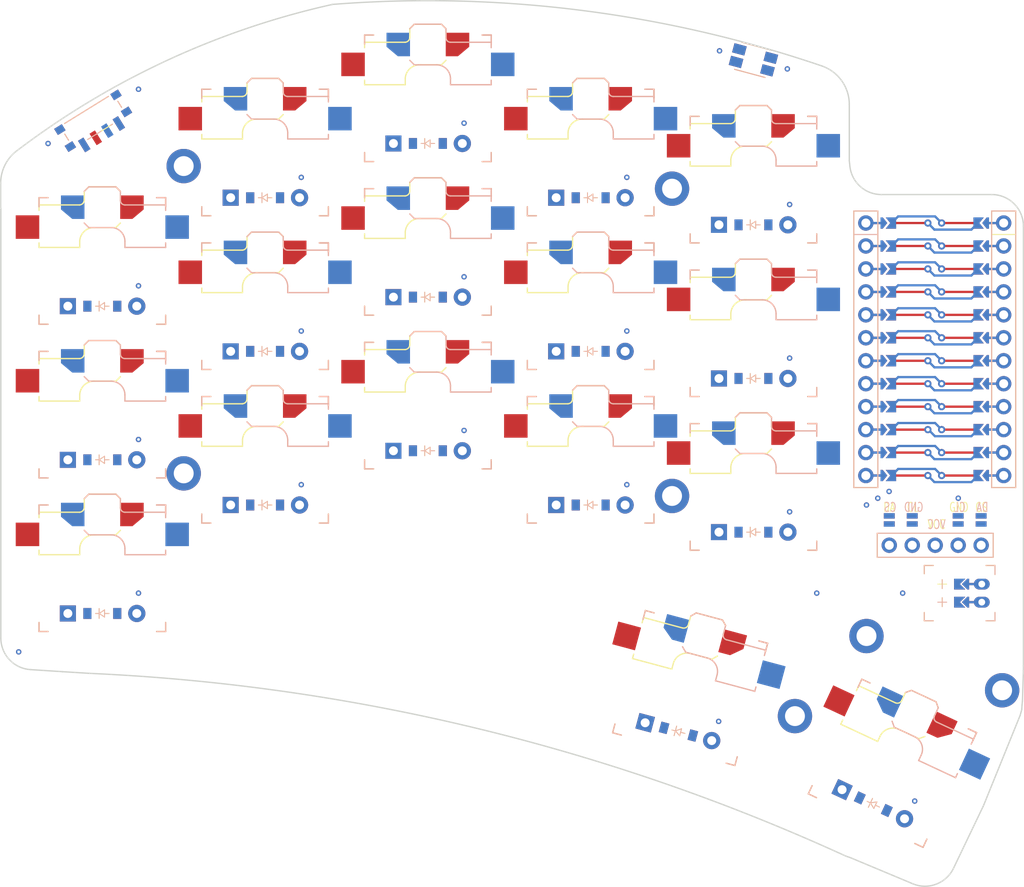
<source format=kicad_pcb>
(kicad_pcb (version 20171130) (host pcbnew 5.1.6)
  (title_block (title snak) (rev v1.0.0) (company Unknown))
  (layers (0 F.Cu signal) (31 B.Cu signal) (34 B.Paste user) (35 F.Paste user) (36 B.SilkS user) (37 F.SilkS user) (38 B.Mask user) (39 F.Mask user) (44 Edge.Cuts user))
  (net 0 "")
  (net 1 "RAW")
  (net 2 "GND")
  (net 3 "RST")
  (net 4 "VCC")
  (net 5 "P21")
  (net 6 "P20")
  (net 7 "P19")
  (net 8 "P18")
  (net 9 "P15")
  (net 10 "P14")
  (net 11 "P16")
  (net 12 "P10")
  (net 13 "P1")
  (net 14 "P0")
  (net 15 "P2")
  (net 16 "P3")
  (net 17 "P4")
  (net 18 "P5")
  (net 19 "P6")
  (net 20 "P7")
  (net 21 "P8")
  (net 22 "P9")
  (net 23 "MCU1_24")
  (net 24 "MCU1_1")
  (net 25 "MCU1_2")
  (net 26 "MCU1_23")
  (net 27 "MCU1_22")
  (net 28 "MCU1_3")
  (net 29 "MCU1_21")
  (net 30 "MCU1_4")
  (net 31 "MCU1_5")
  (net 32 "MCU1_20")
  (net 33 "MCU1_6")
  (net 34 "MCU1_19")
  (net 35 "MCU1_7")
  (net 36 "MCU1_18")
  (net 37 "MCU1_8")
  (net 38 "MCU1_17")
  (net 39 "MCU1_9")
  (net 40 "MCU1_16")
  (net 41 "MCU1_15")
  (net 42 "MCU1_10")
  (net 43 "MCU1_14")
  (net 44 "MCU1_11")
  (net 45 "MCU1_13")
  (net 46 "MCU1_12")
  (net 47 "DISP1_1")
  (net 48 "DISP1_2")
  (net 49 "DISP1_4")
  (net 50 "DISP1_5")
  (net 51 "pinky_bot")
  (net 52 "pinky_mid")
  (net 53 "pinky_top")
  (net 54 "ring_bot")
  (net 55 "ring_mid")
  (net 56 "ring_top")
  (net 57 "middle_bot")
  (net 58 "middle_mid")
  (net 59 "middle_top")
  (net 60 "index_bot")
  (net 61 "index_mid")
  (net 62 "index_top")
  (net 63 "inner_bot")
  (net 64 "inner_mid")
  (net 65 "inner_top")
  (net 66 "out_home")
  (net 67 "in_home")
  (net 68 "pos")
  (net 69 "JST1_1")
  (net 70 "JST1_2")
  (module nice_nano (layer F.Cu) (at 192.05 74.5 0)
    (fp_text reference "MCU1" hide)
    (pad 124 thru_hole circle (at 0.762 -12.7) (size 0.8 0.8) (drill 0.4) (layers *.Cu *.Mask) (net 1 "RAW"))
    (pad 101 thru_hole circle (at -0.762 -12.7) (size 0.8 0.8) (drill 0.4) (layers *.Cu *.Mask) (net 13 "P1"))
    (pad 123 thru_hole circle (at 0.762 -10.16) (size 0.8 0.8) (drill 0.4) (layers *.Cu *.Mask) (net 2 "GND"))
    (pad 102 thru_hole circle (at -0.762 -10.16) (size 0.8 0.8) (drill 0.4) (layers *.Cu *.Mask) (net 14 "P0"))
    (pad 121 thru_hole circle (at 0.762 -5.08) (size 0.8 0.8) (drill 0.4) (layers *.Cu *.Mask) (net 4 "VCC"))
    (pad 104 thru_hole circle (at -0.762 -5.08) (size 0.8 0.8) (drill 0.4) (layers *.Cu *.Mask) (net 2 "GND"))
    (pad 122 thru_hole circle (at 0.762 -7.62) (size 0.8 0.8) (drill 0.4) (layers *.Cu *.Mask) (net 3 "RST"))
    (pad 103 thru_hole circle (at -0.762 -7.62) (size 0.8 0.8) (drill 0.4) (layers *.Cu *.Mask) (net 2 "GND"))
    (pad 120 thru_hole circle (at 0.762 -2.54) (size 0.8 0.8) (drill 0.4) (layers *.Cu *.Mask) (net 5 "P21"))
    (pad 105 thru_hole circle (at -0.762 -2.54) (size 0.8 0.8) (drill 0.4) (layers *.Cu *.Mask) (net 15 "P2"))
    (pad 119 thru_hole circle (at 0.762 0) (size 0.8 0.8) (drill 0.4) (layers *.Cu *.Mask) (net 6 "P20"))
    (pad 106 thru_hole circle (at -0.762 0) (size 0.8 0.8) (drill 0.4) (layers *.Cu *.Mask) (net 16 "P3"))
    (pad 117 thru_hole circle (at 0.762 5.08) (size 0.8 0.8) (drill 0.4) (layers *.Cu *.Mask) (net 8 "P18"))
    (pad 108 thru_hole circle (at -0.762 5.08) (size 0.8 0.8) (drill 0.4) (layers *.Cu *.Mask) (net 18 "P5"))
    (pad 118 thru_hole circle (at 0.762 2.54) (size 0.8 0.8) (drill 0.4) (layers *.Cu *.Mask) (net 7 "P19"))
    (pad 107 thru_hole circle (at -0.762 2.54) (size 0.8 0.8) (drill 0.4) (layers *.Cu *.Mask) (net 17 "P4"))
    (pad 116 thru_hole circle (at 0.762 7.62) (size 0.8 0.8) (drill 0.4) (layers *.Cu *.Mask) (net 9 "P15"))
    (pad 115 thru_hole circle (at 0.762 10.16) (size 0.8 0.8) (drill 0.4) (layers *.Cu *.Mask) (net 10 "P14"))
    (pad 110 thru_hole circle (at -0.762 10.16) (size 0.8 0.8) (drill 0.4) (layers *.Cu *.Mask) (net 20 "P7"))
    (pad 114 thru_hole circle (at 0.762 12.7) (size 0.8 0.8) (drill 0.4) (layers *.Cu *.Mask) (net 11 "P16"))
    (pad 111 thru_hole circle (at -0.762 12.7) (size 0.8 0.8) (drill 0.4) (layers *.Cu *.Mask) (net 21 "P8"))
    (pad 109 thru_hole circle (at -0.762 7.62) (size 0.8 0.8) (drill 0.4) (layers *.Cu *.Mask) (net 19 "P6"))
    (pad 113 thru_hole circle (at 0.762 15.24) (size 0.8 0.8) (drill 0.4) (layers *.Cu *.Mask) (net 12 "P10"))
    (pad 112 thru_hole circle (at -0.762 15.24) (size 0.8 0.8) (drill 0.4) (layers *.Cu *.Mask) (net 22 "P9"))
    (pad 101 smd custom (at -4.775 -12.7) (size 0.2 0.2) (layers F.Cu F.Mask) (net 13 "P1") (options (clearance outline) (anchor rect)) (primitives (gr_poly (pts (xy -0.65 -0.625) (xy 0.5 -0.625) (xy 0.5 0.625) (xy -0.65 0.625) (xy -0.15 0)) (width 0))))
    (pad 24 smd custom (at -5.5 -12.7) (size 0.2 0.2) (layers F.Cu F.Mask) (net 23 "MCU1_24") (options (clearance outline) (anchor rect)) (primitives (gr_poly (pts (xy -0.5 -0.625) (xy -0.25 -0.625) (xy 0.25 0) (xy -0.25 0.625) (xy -0.5 0.625)) (width 0))))
    (pad 1 smd custom (at 5.5 -12.7 180) (size 0.2 0.2) (layers F.Cu F.Mask) (net 24 "MCU1_1") (options (clearance outline) (anchor rect)) (primitives (gr_poly (pts (xy -0.5 -0.625) (xy -0.25 -0.625) (xy 0.25 0) (xy -0.25 0.625) (xy -0.5 0.625)) (width 0))))
    (pad 124 smd custom (at 4.775 -12.7 180) (size 0.2 0.2) (layers F.Cu F.Mask) (net 1 "RAW") (options (clearance outline) (anchor rect)) (primitives (gr_poly (pts (xy -0.65 -0.625) (xy 0.5 -0.625) (xy 0.5 0.625) (xy -0.65 0.625) (xy -0.15 0)) (width 0))))
    (pad 123 smd custom (at 4.775 -10.16 180) (size 0.2 0.2) (layers F.Cu F.Mask) (net 2 "GND") (options (clearance outline) (anchor rect)) (primitives (gr_poly (pts (xy -0.65 -0.625) (xy 0.5 -0.625) (xy 0.5 0.625) (xy -0.65 0.625) (xy -0.15 0)) (width 0))))
    (pad 2 smd custom (at 5.5 -10.16 180) (size 0.2 0.2) (layers F.Cu F.Mask) (net 25 "MCU1_2") (options (clearance outline) (anchor rect)) (primitives (gr_poly (pts (xy -0.5 -0.625) (xy -0.25 -0.625) (xy 0.25 0) (xy -0.25 0.625) (xy -0.5 0.625)) (width 0))))
    (pad 23 smd custom (at -5.5 -10.16) (size 0.2 0.2) (layers F.Cu F.Mask) (net 26 "MCU1_23") (options (clearance outline) (anchor rect)) (primitives (gr_poly (pts (xy -0.5 -0.625) (xy -0.25 -0.625) (xy 0.25 0) (xy -0.25 0.625) (xy -0.5 0.625)) (width 0))))
    (pad 102 smd custom (at -4.775 -10.16) (size 0.2 0.2) (layers F.Cu F.Mask) (net 14 "P0") (options (clearance outline) (anchor rect)) (primitives (gr_poly (pts (xy -0.65 -0.625) (xy 0.5 -0.625) (xy 0.5 0.625) (xy -0.65 0.625) (xy -0.15 0)) (width 0))))
    (pad 22 smd custom (at -5.5 -7.62) (size 0.2 0.2) (layers F.Cu F.Mask) (net 27 "MCU1_22") (options (clearance outline) (anchor rect)) (primitives (gr_poly (pts (xy -0.5 -0.625) (xy -0.25 -0.625) (xy 0.25 0) (xy -0.25 0.625) (xy -0.5 0.625)) (width 0))))
    (pad 103 smd custom (at -4.775 -7.62) (size 0.2 0.2) (layers F.Cu F.Mask) (net 2 "GND") (options (clearance outline) (anchor rect)) (primitives (gr_poly (pts (xy -0.65 -0.625) (xy 0.5 -0.625) (xy 0.5 0.625) (xy -0.65 0.625) (xy -0.15 0)) (width 0))))
    (pad 122 smd custom (at 4.775 -7.62 180) (size 0.2 0.2) (layers F.Cu F.Mask) (net 3 "RST") (options (clearance outline) (anchor rect)) (primitives (gr_poly (pts (xy -0.65 -0.625) (xy 0.5 -0.625) (xy 0.5 0.625) (xy -0.65 0.625) (xy -0.15 0)) (width 0))))
    (pad 3 smd custom (at 5.5 -7.62 180) (size 0.2 0.2) (layers F.Cu F.Mask) (net 28 "MCU1_3") (options (clearance outline) (anchor rect)) (primitives (gr_poly (pts (xy -0.5 -0.625) (xy -0.25 -0.625) (xy 0.25 0) (xy -0.25 0.625) (xy -0.5 0.625)) (width 0))))
    (pad 21 smd custom (at -5.5 -5.08) (size 0.2 0.2) (layers F.Cu F.Mask) (net 29 "MCU1_21") (options (clearance outline) (anchor rect)) (primitives (gr_poly (pts (xy -0.5 -0.625) (xy -0.25 -0.625) (xy 0.25 0) (xy -0.25 0.625) (xy -0.5 0.625)) (width 0))))
    (pad 104 smd custom (at -4.775 -5.08) (size 0.2 0.2) (layers F.Cu F.Mask) (net 2 "GND") (options (clearance outline) (anchor rect)) (primitives (gr_poly (pts (xy -0.65 -0.625) (xy 0.5 -0.625) (xy 0.5 0.625) (xy -0.65 0.625) (xy -0.15 0)) (width 0))))
    (pad 121 smd custom (at 4.775 -5.08 180) (size 0.2 0.2) (layers F.Cu F.Mask) (net 4 "VCC") (options (clearance outline) (anchor rect)) (primitives (gr_poly (pts (xy -0.65 -0.625) (xy 0.5 -0.625) (xy 0.5 0.625) (xy -0.65 0.625) (xy -0.15 0)) (width 0))))
    (pad 4 smd custom (at 5.5 -5.08 180) (size 0.2 0.2) (layers F.Cu F.Mask) (net 30 "MCU1_4") (options (clearance outline) (anchor rect)) (primitives (gr_poly (pts (xy -0.5 -0.625) (xy -0.25 -0.625) (xy 0.25 0) (xy -0.25 0.625) (xy -0.5 0.625)) (width 0))))
    (pad 105 smd custom (at -4.775 -2.54) (size 0.2 0.2) (layers F.Cu F.Mask) (net 15 "P2") (options (clearance outline) (anchor rect)) (primitives (gr_poly (pts (xy -0.65 -0.625) (xy 0.5 -0.625) (xy 0.5 0.625) (xy -0.65 0.625) (xy -0.15 0)) (width 0))))
    (pad 120 smd custom (at 4.775 -2.54 180) (size 0.2 0.2) (layers F.Cu F.Mask) (net 5 "P21") (options (clearance outline) (anchor rect)) (primitives (gr_poly (pts (xy -0.65 -0.625) (xy 0.5 -0.625) (xy 0.5 0.625) (xy -0.65 0.625) (xy -0.15 0)) (width 0))))
    (pad 5 smd custom (at 5.5 -2.54 180) (size 0.2 0.2) (layers F.Cu F.Mask) (net 31 "MCU1_5") (options (clearance outline) (anchor rect)) (primitives (gr_poly (pts (xy -0.5 -0.625) (xy -0.25 -0.625) (xy 0.25 0) (xy -0.25 0.625) (xy -0.5 0.625)) (width 0))))
    (pad 20 smd custom (at -5.5 -2.54) (size 0.2 0.2) (layers F.Cu F.Mask) (net 32 "MCU1_20") (options (clearance outline) (anchor rect)) (primitives (gr_poly (pts (xy -0.5 -0.625) (xy -0.25 -0.625) (xy 0.25 0) (xy -0.25 0.625) (xy -0.5 0.625)) (width 0))))
    (pad 106 smd custom (at -4.775 0) (size 0.2 0.2) (layers F.Cu F.Mask) (net 16 "P3") (options (clearance outline) (anchor rect)) (primitives (gr_poly (pts (xy -0.65 -0.625) (xy 0.5 -0.625) (xy 0.5 0.625) (xy -0.65 0.625) (xy -0.15 0)) (width 0))))
    (pad 119 smd custom (at 4.775 0 180) (size 0.2 0.2) (layers F.Cu F.Mask) (net 6 "P20") (options (clearance outline) (anchor rect)) (primitives (gr_poly (pts (xy -0.65 -0.625) (xy 0.5 -0.625) (xy 0.5 0.625) (xy -0.65 0.625) (xy -0.15 0)) (width 0))))
    (pad 6 smd custom (at 5.5 0 180) (size 0.2 0.2) (layers F.Cu F.Mask) (net 33 "MCU1_6") (options (clearance outline) (anchor rect)) (primitives (gr_poly (pts (xy -0.5 -0.625) (xy -0.25 -0.625) (xy 0.25 0) (xy -0.25 0.625) (xy -0.5 0.625)) (width 0))))
    (pad 19 smd custom (at -5.5 0) (size 0.2 0.2) (layers F.Cu F.Mask) (net 34 "MCU1_19") (options (clearance outline) (anchor rect)) (primitives (gr_poly (pts (xy -0.5 -0.625) (xy -0.25 -0.625) (xy 0.25 0) (xy -0.25 0.625) (xy -0.5 0.625)) (width 0))))
    (pad 118 smd custom (at 4.775 2.54 180) (size 0.2 0.2) (layers F.Cu F.Mask) (net 7 "P19") (options (clearance outline) (anchor rect)) (primitives (gr_poly (pts (xy -0.65 -0.625) (xy 0.5 -0.625) (xy 0.5 0.625) (xy -0.65 0.625) (xy -0.15 0)) (width 0))))
    (pad 7 smd custom (at 5.5 2.54 180) (size 0.2 0.2) (layers F.Cu F.Mask) (net 35 "MCU1_7") (options (clearance outline) (anchor rect)) (primitives (gr_poly (pts (xy -0.5 -0.625) (xy -0.25 -0.625) (xy 0.25 0) (xy -0.25 0.625) (xy -0.5 0.625)) (width 0))))
    (pad 18 smd custom (at -5.5 2.54) (size 0.2 0.2) (layers F.Cu F.Mask) (net 36 "MCU1_18") (options (clearance outline) (anchor rect)) (primitives (gr_poly (pts (xy -0.5 -0.625) (xy -0.25 -0.625) (xy 0.25 0) (xy -0.25 0.625) (xy -0.5 0.625)) (width 0))))
    (pad 107 smd custom (at -4.775 2.54) (size 0.2 0.2) (layers F.Cu F.Mask) (net 17 "P4") (options (clearance outline) (anchor rect)) (primitives (gr_poly (pts (xy -0.65 -0.625) (xy 0.5 -0.625) (xy 0.5 0.625) (xy -0.65 0.625) (xy -0.15 0)) (width 0))))
    (pad 8 smd custom (at 5.5 5.08 180) (size 0.2 0.2) (layers F.Cu F.Mask) (net 37 "MCU1_8") (options (clearance outline) (anchor rect)) (primitives (gr_poly (pts (xy -0.5 -0.625) (xy -0.25 -0.625) (xy 0.25 0) (xy -0.25 0.625) (xy -0.5 0.625)) (width 0))))
    (pad 17 smd custom (at -5.5 5.08) (size 0.2 0.2) (layers F.Cu F.Mask) (net 38 "MCU1_17") (options (clearance outline) (anchor rect)) (primitives (gr_poly (pts (xy -0.5 -0.625) (xy -0.25 -0.625) (xy 0.25 0) (xy -0.25 0.625) (xy -0.5 0.625)) (width 0))))
    (pad 117 smd custom (at 4.775 5.08 180) (size 0.2 0.2) (layers F.Cu F.Mask) (net 8 "P18") (options (clearance outline) (anchor rect)) (primitives (gr_poly (pts (xy -0.65 -0.625) (xy 0.5 -0.625) (xy 0.5 0.625) (xy -0.65 0.625) (xy -0.15 0)) (width 0))))
    (pad 108 smd custom (at -4.775 5.08) (size 0.2 0.2) (layers F.Cu F.Mask) (net 18 "P5") (options (clearance outline) (anchor rect)) (primitives (gr_poly (pts (xy -0.65 -0.625) (xy 0.5 -0.625) (xy 0.5 0.625) (xy -0.65 0.625) (xy -0.15 0)) (width 0))))
    (pad 9 smd custom (at 5.5 7.62 180) (size 0.2 0.2) (layers F.Cu F.Mask) (net 39 "MCU1_9") (options (clearance outline) (anchor rect)) (primitives (gr_poly (pts (xy -0.5 -0.625) (xy -0.25 -0.625) (xy 0.25 0) (xy -0.25 0.625) (xy -0.5 0.625)) (width 0))))
    (pad 16 smd custom (at -5.5 7.62) (size 0.2 0.2) (layers F.Cu F.Mask) (net 40 "MCU1_16") (options (clearance outline) (anchor rect)) (primitives (gr_poly (pts (xy -0.5 -0.625) (xy -0.25 -0.625) (xy 0.25 0) (xy -0.25 0.625) (xy -0.5 0.625)) (width 0))))
    (pad 116 smd custom (at 4.775 7.62 180) (size 0.2 0.2) (layers F.Cu F.Mask) (net 9 "P15") (options (clearance outline) (anchor rect)) (primitives (gr_poly (pts (xy -0.65 -0.625) (xy 0.5 -0.625) (xy 0.5 0.625) (xy -0.65 0.625) (xy -0.15 0)) (width 0))))
    (pad 109 smd custom (at -4.775 7.62) (size 0.2 0.2) (layers F.Cu F.Mask) (net 19 "P6") (options (clearance outline) (anchor rect)) (primitives (gr_poly (pts (xy -0.65 -0.625) (xy 0.5 -0.625) (xy 0.5 0.625) (xy -0.65 0.625) (xy -0.15 0)) (width 0))))
    (pad 15 smd custom (at -5.5 10.16) (size 0.2 0.2) (layers F.Cu F.Mask) (net 41 "MCU1_15") (options (clearance outline) (anchor rect)) (primitives (gr_poly (pts (xy -0.5 -0.625) (xy -0.25 -0.625) (xy 0.25 0) (xy -0.25 0.625) (xy -0.5 0.625)) (width 0))))
    (pad 110 smd custom (at -4.775 10.16) (size 0.2 0.2) (layers F.Cu F.Mask) (net 20 "P7") (options (clearance outline) (anchor rect)) (primitives (gr_poly (pts (xy -0.65 -0.625) (xy 0.5 -0.625) (xy 0.5 0.625) (xy -0.65 0.625) (xy -0.15 0)) (width 0))))
    (pad 115 smd custom (at 4.775 10.16 180) (size 0.2 0.2) (layers F.Cu F.Mask) (net 10 "P14") (options (clearance outline) (anchor rect)) (primitives (gr_poly (pts (xy -0.65 -0.625) (xy 0.5 -0.625) (xy 0.5 0.625) (xy -0.65 0.625) (xy -0.15 0)) (width 0))))
    (pad 10 smd custom (at 5.5 10.16 180) (size 0.2 0.2) (layers F.Cu F.Mask) (net 42 "MCU1_10") (options (clearance outline) (anchor rect)) (primitives (gr_poly (pts (xy -0.5 -0.625) (xy -0.25 -0.625) (xy 0.25 0) (xy -0.25 0.625) (xy -0.5 0.625)) (width 0))))
    (pad 14 smd custom (at -5.5 12.7) (size 0.2 0.2) (layers F.Cu F.Mask) (net 43 "MCU1_14") (options (clearance outline) (anchor rect)) (primitives (gr_poly (pts (xy -0.5 -0.625) (xy -0.25 -0.625) (xy 0.25 0) (xy -0.25 0.625) (xy -0.5 0.625)) (width 0))))
    (pad 111 smd custom (at -4.775 12.7) (size 0.2 0.2) (layers F.Cu F.Mask) (net 21 "P8") (options (clearance outline) (anchor rect)) (primitives (gr_poly (pts (xy -0.65 -0.625) (xy 0.5 -0.625) (xy 0.5 0.625) (xy -0.65 0.625) (xy -0.15 0)) (width 0))))
    (pad 11 smd custom (at 5.5 12.7 180) (size 0.2 0.2) (layers F.Cu F.Mask) (net 44 "MCU1_11") (options (clearance outline) (anchor rect)) (primitives (gr_poly (pts (xy -0.5 -0.625) (xy -0.25 -0.625) (xy 0.25 0) (xy -0.25 0.625) (xy -0.5 0.625)) (width 0))))
    (pad 114 smd custom (at 4.775 12.7 180) (size 0.2 0.2) (layers F.Cu F.Mask) (net 11 "P16") (options (clearance outline) (anchor rect)) (primitives (gr_poly (pts (xy -0.65 -0.625) (xy 0.5 -0.625) (xy 0.5 0.625) (xy -0.65 0.625) (xy -0.15 0)) (width 0))))
    (pad 13 smd custom (at -5.5 15.24) (size 0.2 0.2) (layers F.Cu F.Mask) (net 45 "MCU1_13") (options (clearance outline) (anchor rect)) (primitives (gr_poly (pts (xy -0.5 -0.625) (xy -0.25 -0.625) (xy 0.25 0) (xy -0.25 0.625) (xy -0.5 0.625)) (width 0))))
    (pad 112 smd custom (at -4.775 15.24) (size 0.2 0.2) (layers F.Cu F.Mask) (net 22 "P9") (options (clearance outline) (anchor rect)) (primitives (gr_poly (pts (xy -0.65 -0.625) (xy 0.5 -0.625) (xy 0.5 0.625) (xy -0.65 0.625) (xy -0.15 0)) (width 0))))
    (pad 12 smd custom (at 5.5 15.24 180) (size 0.2 0.2) (layers F.Cu F.Mask) (net 46 "MCU1_12") (options (clearance outline) (anchor rect)) (primitives (gr_poly (pts (xy -0.5 -0.625) (xy -0.25 -0.625) (xy 0.25 0) (xy -0.25 0.625) (xy -0.5 0.625)) (width 0))))
    (pad 113 smd custom (at 4.775 15.24 180) (size 0.2 0.2) (layers F.Cu F.Mask) (net 12 "P10") (options (clearance outline) (anchor rect)) (primitives (gr_poly (pts (xy -0.65 -0.625) (xy 0.5 -0.625) (xy 0.5 0.625) (xy -0.65 0.625) (xy -0.15 0)) (width 0))))
    (pad 120 smd custom (at -4.775 -2.54) (size 0.2 0.2) (layers B.Cu B.Mask) (net 5 "P21") (options (clearance outline) (anchor rect)) (primitives (gr_poly (pts (xy -0.65 0.625) (xy 0.5 0.625) (xy 0.5 -0.625) (xy -0.65 -0.625) (xy -0.15 0)) (width 0))))
    (pad 104 smd custom (at 4.775 -5.08 180) (size 0.2 0.2) (layers B.Cu B.Mask) (net 2 "GND") (options (clearance outline) (anchor rect)) (primitives (gr_poly (pts (xy -0.65 0.625) (xy 0.5 0.625) (xy 0.5 -0.625) (xy -0.65 -0.625) (xy -0.15 0)) (width 0))))
    (pad 23 smd custom (at -5.5 -10.16) (size 0.2 0.2) (layers B.Cu B.Mask) (net 26 "MCU1_23") (options (clearance outline) (anchor rect)) (primitives (gr_poly (pts (xy -0.5 0.625) (xy -0.25 0.625) (xy 0.25 0) (xy -0.25 -0.625) (xy -0.5 -0.625)) (width 0))))
    (pad 123 smd custom (at -4.775 -10.16) (size 0.2 0.2) (layers B.Cu B.Mask) (net 2 "GND") (options (clearance outline) (anchor rect)) (primitives (gr_poly (pts (xy -0.65 0.625) (xy 0.5 0.625) (xy 0.5 -0.625) (xy -0.65 -0.625) (xy -0.15 0)) (width 0))))
    (pad 101 smd custom (at 4.775 -12.7 180) (size 0.2 0.2) (layers B.Cu B.Mask) (net 13 "P1") (options (clearance outline) (anchor rect)) (primitives (gr_poly (pts (xy -0.65 0.625) (xy 0.5 0.625) (xy 0.5 -0.625) (xy -0.65 -0.625) (xy -0.15 0)) (width 0))))
    (pad 103 smd custom (at 4.775 -7.62 180) (size 0.2 0.2) (layers B.Cu B.Mask) (net 2 "GND") (options (clearance outline) (anchor rect)) (primitives (gr_poly (pts (xy -0.65 0.625) (xy 0.5 0.625) (xy 0.5 -0.625) (xy -0.65 -0.625) (xy -0.15 0)) (width 0))))
    (pad 21 smd custom (at -5.5 -5.08) (size 0.2 0.2) (layers B.Cu B.Mask) (net 29 "MCU1_21") (options (clearance outline) (anchor rect)) (primitives (gr_poly (pts (xy -0.5 0.625) (xy -0.25 0.625) (xy 0.25 0) (xy -0.25 -0.625) (xy -0.5 -0.625)) (width 0))))
    (pad 105 smd custom (at 4.775 -2.54 180) (size 0.2 0.2) (layers B.Cu B.Mask) (net 15 "P2") (options (clearance outline) (anchor rect)) (primitives (gr_poly (pts (xy -0.65 0.625) (xy 0.5 0.625) (xy 0.5 -0.625) (xy -0.65 -0.625) (xy -0.15 0)) (width 0))))
    (pad 4 smd custom (at 5.5 -5.08 180) (size 0.2 0.2) (layers B.Cu B.Mask) (net 30 "MCU1_4") (options (clearance outline) (anchor rect)) (primitives (gr_poly (pts (xy -0.5 0.625) (xy -0.25 0.625) (xy 0.25 0) (xy -0.25 -0.625) (xy -0.5 -0.625)) (width 0))))
    (pad 106 smd custom (at 4.775 0 180) (size 0.2 0.2) (layers B.Cu B.Mask) (net 16 "P3") (options (clearance outline) (anchor rect)) (primitives (gr_poly (pts (xy -0.65 0.625) (xy 0.5 0.625) (xy 0.5 -0.625) (xy -0.65 -0.625) (xy -0.15 0)) (width 0))))
    (pad 3 smd custom (at 5.5 -7.62 180) (size 0.2 0.2) (layers B.Cu B.Mask) (net 28 "MCU1_3") (options (clearance outline) (anchor rect)) (primitives (gr_poly (pts (xy -0.5 0.625) (xy -0.25 0.625) (xy 0.25 0) (xy -0.25 -0.625) (xy -0.5 -0.625)) (width 0))))
    (pad 22 smd custom (at -5.5 -7.62) (size 0.2 0.2) (layers B.Cu B.Mask) (net 27 "MCU1_22") (options (clearance outline) (anchor rect)) (primitives (gr_poly (pts (xy -0.5 0.625) (xy -0.25 0.625) (xy 0.25 0) (xy -0.25 -0.625) (xy -0.5 -0.625)) (width 0))))
    (pad 124 smd custom (at -4.775 -12.7) (size 0.2 0.2) (layers B.Cu B.Mask) (net 1 "RAW") (options (clearance outline) (anchor rect)) (primitives (gr_poly (pts (xy -0.65 0.625) (xy 0.5 0.625) (xy 0.5 -0.625) (xy -0.65 -0.625) (xy -0.15 0)) (width 0))))
    (pad 24 smd custom (at -5.5 -12.7) (size 0.2 0.2) (layers B.Cu B.Mask) (net 23 "MCU1_24") (options (clearance outline) (anchor rect)) (primitives (gr_poly (pts (xy -0.5 0.625) (xy -0.25 0.625) (xy 0.25 0) (xy -0.25 -0.625) (xy -0.5 -0.625)) (width 0))))
    (pad 5 smd custom (at 5.5 -2.54 180) (size 0.2 0.2) (layers B.Cu B.Mask) (net 31 "MCU1_5") (options (clearance outline) (anchor rect)) (primitives (gr_poly (pts (xy -0.5 0.625) (xy -0.25 0.625) (xy 0.25 0) (xy -0.25 -0.625) (xy -0.5 -0.625)) (width 0))))
    (pad 122 smd custom (at -4.775 -7.62) (size 0.2 0.2) (layers B.Cu B.Mask) (net 3 "RST") (options (clearance outline) (anchor rect)) (primitives (gr_poly (pts (xy -0.65 0.625) (xy 0.5 0.625) (xy 0.5 -0.625) (xy -0.65 -0.625) (xy -0.15 0)) (width 0))))
    (pad 1 smd custom (at 5.5 -12.7 180) (size 0.2 0.2) (layers B.Cu B.Mask) (net 24 "MCU1_1") (options (clearance outline) (anchor rect)) (primitives (gr_poly (pts (xy -0.5 0.625) (xy -0.25 0.625) (xy 0.25 0) (xy -0.25 -0.625) (xy -0.5 -0.625)) (width 0))))
    (pad 119 smd custom (at -4.775 0) (size 0.2 0.2) (layers B.Cu B.Mask) (net 6 "P20") (options (clearance outline) (anchor rect)) (primitives (gr_poly (pts (xy -0.65 0.625) (xy 0.5 0.625) (xy 0.5 -0.625) (xy -0.65 -0.625) (xy -0.15 0)) (width 0))))
    (pad 19 smd custom (at -5.5 0) (size 0.2 0.2) (layers B.Cu B.Mask) (net 34 "MCU1_19") (options (clearance outline) (anchor rect)) (primitives (gr_poly (pts (xy -0.5 0.625) (xy -0.25 0.625) (xy 0.25 0) (xy -0.25 -0.625) (xy -0.5 -0.625)) (width 0))))
    (pad 6 smd custom (at 5.5 0 180) (size 0.2 0.2) (layers B.Cu B.Mask) (net 33 "MCU1_6") (options (clearance outline) (anchor rect)) (primitives (gr_poly (pts (xy -0.5 0.625) (xy -0.25 0.625) (xy 0.25 0) (xy -0.25 -0.625) (xy -0.5 -0.625)) (width 0))))
    (pad 118 smd custom (at -4.775 2.54) (size 0.2 0.2) (layers B.Cu B.Mask) (net 7 "P19") (options (clearance outline) (anchor rect)) (primitives (gr_poly (pts (xy -0.65 0.625) (xy 0.5 0.625) (xy 0.5 -0.625) (xy -0.65 -0.625) (xy -0.15 0)) (width 0))))
    (pad 121 smd custom (at -4.775 -5.08) (size 0.2 0.2) (layers B.Cu B.Mask) (net 4 "VCC") (options (clearance outline) (anchor rect)) (primitives (gr_poly (pts (xy -0.65 0.625) (xy 0.5 0.625) (xy 0.5 -0.625) (xy -0.65 -0.625) (xy -0.15 0)) (width 0))))
    (pad 18 smd custom (at -5.5 2.54) (size 0.2 0.2) (layers B.Cu B.Mask) (net 36 "MCU1_18") (options (clearance outline) (anchor rect)) (primitives (gr_poly (pts (xy -0.5 0.625) (xy -0.25 0.625) (xy 0.25 0) (xy -0.25 -0.625) (xy -0.5 -0.625)) (width 0))))
    (pad 7 smd custom (at 5.5 2.54 180) (size 0.2 0.2) (layers B.Cu B.Mask) (net 35 "MCU1_7") (options (clearance outline) (anchor rect)) (primitives (gr_poly (pts (xy -0.5 0.625) (xy -0.25 0.625) (xy 0.25 0) (xy -0.25 -0.625) (xy -0.5 -0.625)) (width 0))))
    (pad 107 smd custom (at 4.775 2.54 180) (size 0.2 0.2) (layers B.Cu B.Mask) (net 17 "P4") (options (clearance outline) (anchor rect)) (primitives (gr_poly (pts (xy -0.65 0.625) (xy 0.5 0.625) (xy 0.5 -0.625) (xy -0.65 -0.625) (xy -0.15 0)) (width 0))))
    (pad 102 smd custom (at 4.775 -10.16 180) (size 0.2 0.2) (layers B.Cu B.Mask) (net 14 "P0") (options (clearance outline) (anchor rect)) (primitives (gr_poly (pts (xy -0.65 0.625) (xy 0.5 0.625) (xy 0.5 -0.625) (xy -0.65 -0.625) (xy -0.15 0)) (width 0))))
    (pad 2 smd custom (at 5.5 -10.16 180) (size 0.2 0.2) (layers B.Cu B.Mask) (net 25 "MCU1_2") (options (clearance outline) (anchor rect)) (primitives (gr_poly (pts (xy -0.5 0.625) (xy -0.25 0.625) (xy 0.25 0) (xy -0.25 -0.625) (xy -0.5 -0.625)) (width 0))))
    (pad 20 smd custom (at -5.5 -2.54) (size 0.2 0.2) (layers B.Cu B.Mask) (net 32 "MCU1_20") (options (clearance outline) (anchor rect)) (primitives (gr_poly (pts (xy -0.5 0.625) (xy -0.25 0.625) (xy 0.25 0) (xy -0.25 -0.625) (xy -0.5 -0.625)) (width 0))))
    (pad 17 smd custom (at -5.5 5.08) (size 0.2 0.2) (layers B.Cu B.Mask) (net 38 "MCU1_17") (options (clearance outline) (anchor rect)) (primitives (gr_poly (pts (xy -0.5 0.625) (xy -0.25 0.625) (xy 0.25 0) (xy -0.25 -0.625) (xy -0.5 -0.625)) (width 0))))
    (pad 8 smd custom (at 5.5 5.08 180) (size 0.2 0.2) (layers B.Cu B.Mask) (net 37 "MCU1_8") (options (clearance outline) (anchor rect)) (primitives (gr_poly (pts (xy -0.5 0.625) (xy -0.25 0.625) (xy 0.25 0) (xy -0.25 -0.625) (xy -0.5 -0.625)) (width 0))))
    (pad 117 smd custom (at -4.775 5.08) (size 0.2 0.2) (layers B.Cu B.Mask) (net 8 "P18") (options (clearance outline) (anchor rect)) (primitives (gr_poly (pts (xy -0.65 0.625) (xy 0.5 0.625) (xy 0.5 -0.625) (xy -0.65 -0.625) (xy -0.15 0)) (width 0))))
    (pad 108 smd custom (at 4.775 5.08 180) (size 0.2 0.2) (layers B.Cu B.Mask) (net 18 "P5") (options (clearance outline) (anchor rect)) (primitives (gr_poly (pts (xy -0.65 0.625) (xy 0.5 0.625) (xy 0.5 -0.625) (xy -0.65 -0.625) (xy -0.15 0)) (width 0))))
    (pad 16 smd custom (at -5.5 7.62) (size 0.2 0.2) (layers B.Cu B.Mask) (net 40 "MCU1_16") (options (clearance outline) (anchor rect)) (primitives (gr_poly (pts (xy -0.5 0.625) (xy -0.25 0.625) (xy 0.25 0) (xy -0.25 -0.625) (xy -0.5 -0.625)) (width 0))))
    (pad 9 smd custom (at 5.5 7.62 180) (size 0.2 0.2) (layers B.Cu B.Mask) (net 39 "MCU1_9") (options (clearance outline) (anchor rect)) (primitives (gr_poly (pts (xy -0.5 0.625) (xy -0.25 0.625) (xy 0.25 0) (xy -0.25 -0.625) (xy -0.5 -0.625)) (width 0))))
    (pad 116 smd custom (at -4.775 7.62) (size 0.2 0.2) (layers B.Cu B.Mask) (net 9 "P15") (options (clearance outline) (anchor rect)) (primitives (gr_poly (pts (xy -0.65 0.625) (xy 0.5 0.625) (xy 0.5 -0.625) (xy -0.65 -0.625) (xy -0.15 0)) (width 0))))
    (pad 109 smd custom (at 4.775 7.62 180) (size 0.2 0.2) (layers B.Cu B.Mask) (net 19 "P6") (options (clearance outline) (anchor rect)) (primitives (gr_poly (pts (xy -0.65 0.625) (xy 0.5 0.625) (xy 0.5 -0.625) (xy -0.65 -0.625) (xy -0.15 0)) (width 0))))
    (pad 10 smd custom (at 5.5 10.16 180) (size 0.2 0.2) (layers B.Cu B.Mask) (net 42 "MCU1_10") (options (clearance outline) (anchor rect)) (primitives (gr_poly (pts (xy -0.5 0.625) (xy -0.25 0.625) (xy 0.25 0) (xy -0.25 -0.625) (xy -0.5 -0.625)) (width 0))))
    (pad 110 smd custom (at 4.775 10.16 180) (size 0.2 0.2) (layers B.Cu B.Mask) (net 20 "P7") (options (clearance outline) (anchor rect)) (primitives (gr_poly (pts (xy -0.65 0.625) (xy 0.5 0.625) (xy 0.5 -0.625) (xy -0.65 -0.625) (xy -0.15 0)) (width 0))))
    (pad 115 smd custom (at -4.775 10.16) (size 0.2 0.2) (layers B.Cu B.Mask) (net 10 "P14") (options (clearance outline) (anchor rect)) (primitives (gr_poly (pts (xy -0.65 0.625) (xy 0.5 0.625) (xy 0.5 -0.625) (xy -0.65 -0.625) (xy -0.15 0)) (width 0))))
    (pad 15 smd custom (at -5.5 10.16) (size 0.2 0.2) (layers B.Cu B.Mask) (net 41 "MCU1_15") (options (clearance outline) (anchor rect)) (primitives (gr_poly (pts (xy -0.5 0.625) (xy -0.25 0.625) (xy 0.25 0) (xy -0.25 -0.625) (xy -0.5 -0.625)) (width 0))))
    (pad 11 smd custom (at 5.5 12.7 180) (size 0.2 0.2) (layers B.Cu B.Mask) (net 44 "MCU1_11") (options (clearance outline) (anchor rect)) (primitives (gr_poly (pts (xy -0.5 0.625) (xy -0.25 0.625) (xy 0.25 0) (xy -0.25 -0.625) (xy -0.5 -0.625)) (width 0))))
    (pad 111 smd custom (at 4.775 12.7 180) (size 0.2 0.2) (layers B.Cu B.Mask) (net 21 "P8") (options (clearance outline) (anchor rect)) (primitives (gr_poly (pts (xy -0.65 0.625) (xy 0.5 0.625) (xy 0.5 -0.625) (xy -0.65 -0.625) (xy -0.15 0)) (width 0))))
    (pad 14 smd custom (at -5.5 12.7) (size 0.2 0.2) (layers B.Cu B.Mask) (net 43 "MCU1_14") (options (clearance outline) (anchor rect)) (primitives (gr_poly (pts (xy -0.5 0.625) (xy -0.25 0.625) (xy 0.25 0) (xy -0.25 -0.625) (xy -0.5 -0.625)) (width 0))))
    (pad 114 smd custom (at -4.775 12.7) (size 0.2 0.2) (layers B.Cu B.Mask) (net 11 "P16") (options (clearance outline) (anchor rect)) (primitives (gr_poly (pts (xy -0.65 0.625) (xy 0.5 0.625) (xy 0.5 -0.625) (xy -0.65 -0.625) (xy -0.15 0)) (width 0))))
    (pad 12 smd custom (at 5.5 15.24 180) (size 0.2 0.2) (layers B.Cu B.Mask) (net 46 "MCU1_12") (options (clearance outline) (anchor rect)) (primitives (gr_poly (pts (xy -0.5 0.625) (xy -0.25 0.625) (xy 0.25 0) (xy -0.25 -0.625) (xy -0.5 -0.625)) (width 0))))
    (pad 112 smd custom (at 4.775 15.24 180) (size 0.2 0.2) (layers B.Cu B.Mask) (net 22 "P9") (options (clearance outline) (anchor rect)) (primitives (gr_poly (pts (xy -0.65 0.625) (xy 0.5 0.625) (xy 0.5 -0.625) (xy -0.65 -0.625) (xy -0.15 0)) (width 0))))
    (pad 13 smd custom (at -5.5 15.24) (size 0.2 0.2) (layers B.Cu B.Mask) (net 45 "MCU1_13") (options (clearance outline) (anchor rect)) (primitives (gr_poly (pts (xy -0.5 0.625) (xy -0.25 0.625) (xy 0.25 0) (xy -0.25 -0.625) (xy -0.5 -0.625)) (width 0))))
    (pad 113 smd custom (at -4.775 15.24) (size 0.2 0.2) (layers B.Cu B.Mask) (net 12 "P10") (options (clearance outline) (anchor rect)) (primitives (gr_poly (pts (xy -0.65 0.625) (xy 0.5 0.625) (xy 0.5 -0.625) (xy -0.65 -0.625) (xy -0.15 0)) (width 0))))
    (pad 18 thru_hole oval (at -7.62 2.54) (size 1.7 1.7) (drill 1) (layers *.Cu *.Mask) (net 36 "MCU1_18"))
    (pad 15 thru_hole oval (at -7.62 10.16) (size 1.7 1.7) (drill 1) (layers *.Cu *.Mask) (net 41 "MCU1_15"))
    (pad 24 thru_hole circle (at -7.62 -12.7) (size 1.7 1.7) (drill 1) (layers *.Cu *.Mask) (net 23 "MCU1_24"))
    (pad 19 thru_hole oval (at -7.62 0) (size 1.7 1.7) (drill 1) (layers *.Cu *.Mask) (net 34 "MCU1_19"))
    (pad 22 thru_hole oval (at -7.62 -7.62) (size 1.7 1.7) (drill 1) (layers *.Cu *.Mask) (net 27 "MCU1_22"))
    (pad 17 thru_hole oval (at -7.62 5.08) (size 1.7 1.7) (drill 1) (layers *.Cu *.Mask) (net 38 "MCU1_17"))
    (pad 20 thru_hole oval (at -7.62 -2.54) (size 1.7 1.7) (drill 1) (layers *.Cu *.Mask) (net 32 "MCU1_20"))
    (pad 14 thru_hole oval (at -7.62 12.7) (size 1.7 1.7) (drill 1) (layers *.Cu *.Mask) (net 43 "MCU1_14"))
    (pad 13 thru_hole oval (at -7.62 15.24) (size 1.7 1.7) (drill 1) (layers *.Cu *.Mask) (net 45 "MCU1_13"))
    (pad 16 thru_hole oval (at -7.62 7.62) (size 1.7 1.7) (drill 1) (layers *.Cu *.Mask) (net 40 "MCU1_16"))
    (pad 21 thru_hole oval (at -7.62 -5.08) (size 1.7 1.7) (drill 1) (layers *.Cu *.Mask) (net 29 "MCU1_21"))
    (pad 23 thru_hole oval (at -7.62 -10.16) (size 1.7 1.7) (drill 1) (layers *.Cu *.Mask) (net 26 "MCU1_23"))
    (pad 7 thru_hole oval (at 7.62 2.54) (size 1.7 1.7) (drill 1) (layers *.Cu *.Mask) (net 35 "MCU1_7"))
    (pad 10 thru_hole oval (at 7.62 10.16) (size 1.7 1.7) (drill 1) (layers *.Cu *.Mask) (net 42 "MCU1_10"))
    (pad 1 thru_hole circle (at 7.62 -12.7) (size 1.7 1.7) (drill 1) (layers *.Cu *.Mask) (net 24 "MCU1_1"))
    (pad 6 thru_hole oval (at 7.62 0) (size 1.7 1.7) (drill 1) (layers *.Cu *.Mask) (net 33 "MCU1_6"))
    (pad 3 thru_hole oval (at 7.62 -7.62) (size 1.7 1.7) (drill 1) (layers *.Cu *.Mask) (net 28 "MCU1_3"))
    (pad 8 thru_hole oval (at 7.62 5.08) (size 1.7 1.7) (drill 1) (layers *.Cu *.Mask) (net 37 "MCU1_8"))
    (pad 5 thru_hole oval (at 7.62 -2.54) (size 1.7 1.7) (drill 1) (layers *.Cu *.Mask) (net 31 "MCU1_5"))
    (pad 11 thru_hole oval (at 7.62 12.7) (size 1.7 1.7) (drill 1) (layers *.Cu *.Mask) (net 44 "MCU1_11"))
    (pad 12 thru_hole oval (at 7.62 15.24) (size 1.7 1.7) (drill 1) (layers *.Cu *.Mask) (net 46 "MCU1_12"))
    (pad 9 thru_hole oval (at 7.62 7.62) (size 1.7 1.7) (drill 1) (layers *.Cu *.Mask) (net 39 "MCU1_9"))
    (pad 4 thru_hole oval (at 7.62 -5.08) (size 1.7 1.7) (drill 1) (layers *.Cu *.Mask) (net 30 "MCU1_4"))
    (pad 2 thru_hole oval (at 7.62 -10.16) (size 1.7 1.7) (drill 1) (layers *.Cu *.Mask) (net 25 "MCU1_2"))
  )
  (segment (start 196.83 71.96) (end 192.81 71.96) (width 0.25) (layer F.Cu))
  (segment (start 188.00 71.23) (end 187.28 71.96) (width 0.25) (layer B.Cu))
  (segment (start 192.09 71.23) (end 188.00 71.23) (width 0.25) (layer B.Cu))
  (segment (start 192.81 71.96) (end 192.09 71.23) (width 0.25) (layer B.Cu))
  (segment (start 196.83 74.50) (end 192.81 74.50) (width 0.25) (layer F.Cu))
  (segment (start 188.00 73.77) (end 187.28 74.50) (width 0.25) (layer B.Cu))
  (segment (start 192.09 73.77) (end 188.00 73.77) (width 0.25) (layer B.Cu))
  (segment (start 192.81 74.50) (end 192.09 73.77) (width 0.25) (layer B.Cu))
  (segment (start 196.83 77.04) (end 192.81 77.04) (width 0.25) (layer F.Cu))
  (segment (start 188.00 76.31) (end 187.28 77.04) (width 0.25) (layer B.Cu))
  (segment (start 192.09 76.31) (end 188.00 76.31) (width 0.25) (layer B.Cu))
  (segment (start 192.81 77.04) (end 192.09 76.31) (width 0.25) (layer B.Cu))
  (segment (start 196.83 79.58) (end 192.81 79.58) (width 0.25) (layer F.Cu))
  (segment (start 188.00 78.85) (end 187.28 79.58) (width 0.25) (layer B.Cu))
  (segment (start 192.09 78.85) (end 188.00 78.85) (width 0.25) (layer B.Cu))
  (segment (start 192.81 79.58) (end 192.09 78.85) (width 0.25) (layer B.Cu))
  (segment (start 196.83 82.12) (end 192.81 82.12) (width 0.25) (layer F.Cu))
  (segment (start 188.00 81.39) (end 187.28 82.12) (width 0.25) (layer B.Cu))
  (segment (start 192.09 81.39) (end 188.00 81.39) (width 0.25) (layer B.Cu))
  (segment (start 192.81 82.12) (end 192.09 81.39) (width 0.25) (layer B.Cu))
  (segment (start 196.83 84.66) (end 192.81 84.66) (width 0.25) (layer F.Cu))
  (segment (start 188.00 83.93) (end 187.28 84.66) (width 0.25) (layer B.Cu))
  (segment (start 192.09 83.93) (end 188.00 83.93) (width 0.25) (layer B.Cu))
  (segment (start 192.81 84.66) (end 192.09 83.93) (width 0.25) (layer B.Cu))
  (segment (start 187.28 82.12) (end 191.29 82.12) (width 0.25) (layer F.Cu))
  (segment (start 192.01 82.85) (end 196.10 82.85) (width 0.25) (layer B.Cu))
  (segment (start 196.10 82.85) (end 196.83 82.12) (width 0.25) (layer B.Cu))
  (segment (start 191.29 82.12) (end 192.01 82.85) (width 0.25) (layer B.Cu))
  (segment (start 187.28 79.58) (end 191.29 79.58) (width 0.25) (layer F.Cu))
  (segment (start 192.01 80.31) (end 196.10 80.31) (width 0.25) (layer B.Cu))
  (segment (start 196.10 80.31) (end 196.83 79.58) (width 0.25) (layer B.Cu))
  (segment (start 191.29 79.58) (end 192.01 80.31) (width 0.25) (layer B.Cu))
  (segment (start 187.28 77.04) (end 191.29 77.04) (width 0.25) (layer F.Cu))
  (segment (start 196.10 77.77) (end 196.83 77.04) (width 0.25) (layer B.Cu))
  (segment (start 192.01 77.77) (end 196.10 77.77) (width 0.25) (layer B.Cu))
  (segment (start 191.29 77.04) (end 192.01 77.77) (width 0.25) (layer B.Cu))
  (segment (start 187.28 84.66) (end 191.29 84.66) (width 0.25) (layer F.Cu))
  (segment (start 196.10 85.39) (end 196.83 84.66) (width 0.25) (layer B.Cu))
  (segment (start 191.35 84.66) (end 192.07 85.39) (width 0.25) (layer B.Cu))
  (segment (start 192.07 85.39) (end 196.10 85.39) (width 0.25) (layer B.Cu))
  (segment (start 191.29 84.66) (end 191.35 84.66) (width 0.25) (layer B.Cu))
  (segment (start 192.81 61.80) (end 196.83 61.80) (width 0.25) (layer F.Cu))
  (segment (start 188.00 61.07) (end 187.28 61.80) (width 0.25) (layer B.Cu))
  (segment (start 192.09 61.07) (end 188.00 61.07) (width 0.25) (layer B.Cu))
  (segment (start 192.81 61.80) (end 192.09 61.07) (width 0.25) (layer B.Cu))
  (segment (start 187.28 66.88) (end 191.29 66.88) (width 0.25) (layer F.Cu))
  (segment (start 187.28 69.42) (end 191.29 69.42) (width 0.25) (layer F.Cu))
  (segment (start 196.83 64.34) (end 192.81 64.34) (width 0.25) (layer F.Cu))
  (segment (start 188.00 63.61) (end 187.28 64.34) (width 0.25) (layer B.Cu))
  (segment (start 192.09 63.61) (end 188.00 63.61) (width 0.25) (layer B.Cu))
  (segment (start 192.81 64.34) (end 192.09 63.61) (width 0.25) (layer B.Cu))
  (segment (start 196.10 67.61) (end 196.83 66.88) (width 0.25) (layer B.Cu))
  (segment (start 192.01 67.61) (end 196.10 67.61) (width 0.25) (layer B.Cu))
  (segment (start 191.29 66.88) (end 192.01 67.61) (width 0.25) (layer B.Cu))
  (segment (start 196.10 70.15) (end 196.83 69.42) (width 0.25) (layer B.Cu))
  (segment (start 192.01 70.15) (end 196.10 70.15) (width 0.25) (layer B.Cu))
  (segment (start 191.29 69.42) (end 192.01 70.15) (width 0.25) (layer B.Cu))
  (segment (start 196.83 66.88) (end 192.81 66.88) (width 0.25) (layer F.Cu))
  (segment (start 188.00 66.15) (end 187.28 66.88) (width 0.25) (layer B.Cu))
  (segment (start 192.09 66.15) (end 188.00 66.15) (width 0.25) (layer B.Cu))
  (segment (start 192.81 66.88) (end 192.09 66.15) (width 0.25) (layer B.Cu))
  (segment (start 196.83 69.42) (end 192.81 69.42) (width 0.25) (layer F.Cu))
  (segment (start 192.09 68.69) (end 188.00 68.69) (width 0.25) (layer B.Cu))
  (segment (start 188.00 68.69) (end 187.28 69.42) (width 0.25) (layer B.Cu))
  (segment (start 192.81 69.42) (end 192.09 68.69) (width 0.25) (layer B.Cu))
  (segment (start 196.83 87.20) (end 192.81 87.20) (width 0.25) (layer F.Cu))
  (segment (start 188.00 86.47) (end 187.28 87.20) (width 0.25) (layer B.Cu))
  (segment (start 192.09 86.47) (end 188.00 86.47) (width 0.25) (layer B.Cu))
  (segment (start 192.81 87.20) (end 192.09 86.47) (width 0.25) (layer B.Cu))
  (segment (start 196.83 89.74) (end 192.81 89.74) (width 0.25) (layer F.Cu))
  (segment (start 188.00 89.01) (end 187.28 89.74) (width 0.25) (layer B.Cu))
  (segment (start 192.09 89.01) (end 188.00 89.01) (width 0.25) (layer B.Cu))
  (segment (start 192.81 89.74) (end 192.09 89.01) (width 0.25) (layer B.Cu))
  (segment (start 191.29 61.80) (end 187.28 61.80) (width 0.25) (layer F.Cu))
  (segment (start 196.10 62.53) (end 196.83 61.80) (width 0.25) (layer B.Cu))
  (segment (start 192.01 62.53) (end 196.10 62.53) (width 0.25) (layer B.Cu))
  (segment (start 191.29 61.80) (end 192.01 62.53) (width 0.25) (layer B.Cu))
  (segment (start 187.28 64.34) (end 191.29 64.34) (width 0.25) (layer F.Cu))
  (segment (start 192.01 65.07) (end 196.10 65.07) (width 0.25) (layer B.Cu))
  (segment (start 196.10 65.07) (end 196.83 64.34) (width 0.25) (layer B.Cu))
  (segment (start 191.29 64.34) (end 192.01 65.07) (width 0.25) (layer B.Cu))
  (segment (start 187.28 71.96) (end 191.29 71.96) (width 0.25) (layer F.Cu))
  (segment (start 196.10 72.69) (end 196.83 71.96) (width 0.25) (layer B.Cu))
  (segment (start 192.01 72.69) (end 196.10 72.69) (width 0.25) (layer B.Cu))
  (segment (start 191.29 71.96) (end 192.01 72.69) (width 0.25) (layer B.Cu))
  (segment (start 187.28 74.50) (end 191.29 74.50) (width 0.25) (layer F.Cu))
  (segment (start 196.10 75.23) (end 196.83 74.50) (width 0.25) (layer B.Cu))
  (segment (start 192.01 75.23) (end 196.10 75.23) (width 0.25) (layer B.Cu))
  (segment (start 191.29 74.50) (end 192.01 75.23) (width 0.25) (layer B.Cu))
  (segment (start 187.28 87.20) (end 191.29 87.20) (width 0.25) (layer F.Cu))
  (segment (start 196.10 87.93) (end 196.83 87.20) (width 0.25) (layer B.Cu))
  (segment (start 192.01 87.93) (end 196.10 87.93) (width 0.25) (layer B.Cu))
  (segment (start 191.29 87.20) (end 192.01 87.93) (width 0.25) (layer B.Cu))
  (segment (start 187.28 89.74) (end 191.29 89.74) (width 0.25) (layer F.Cu))
  (segment (start 192.01 90.47) (end 196.10 90.47) (width 0.25) (layer B.Cu))
  (segment (start 196.10 90.47) (end 196.83 89.74) (width 0.25) (layer B.Cu))
  (segment (start 191.29 89.74) (end 192.01 90.47) (width 0.25) (layer B.Cu))
  (segment (start 184.43 61.80) (end 186.55 61.80) (width 0.25) (layer F.Cu))
  (segment (start 184.43 61.80) (end 186.55 61.80) (width 0.25) (layer B.Cu))
  (segment (start 199.67 61.80) (end 197.55 61.80) (width 0.25) (layer F.Cu))
  (segment (start 199.67 61.80) (end 197.55 61.80) (width 0.25) (layer B.Cu))
  (segment (start 199.67 64.34) (end 197.55 64.34) (width 0.25) (layer F.Cu))
  (segment (start 199.67 64.34) (end 197.55 64.34) (width 0.25) (layer B.Cu))
  (segment (start 184.43 64.34) (end 186.55 64.34) (width 0.25) (layer F.Cu))
  (segment (start 184.43 64.34) (end 186.55 64.34) (width 0.25) (layer B.Cu))
  (segment (start 184.43 66.88) (end 186.55 66.88) (width 0.25) (layer F.Cu))
  (segment (start 184.43 66.88) (end 186.55 66.88) (width 0.25) (layer B.Cu))
  (segment (start 199.67 66.88) (end 197.55 66.88) (width 0.25) (layer F.Cu))
  (segment (start 199.67 66.88) (end 197.55 66.88) (width 0.25) (layer B.Cu))
  (segment (start 184.43 69.42) (end 186.55 69.42) (width 0.25) (layer F.Cu))
  (segment (start 184.43 69.42) (end 186.55 69.42) (width 0.25) (layer B.Cu))
  (segment (start 199.67 69.42) (end 197.55 69.42) (width 0.25) (layer F.Cu))
  (segment (start 199.67 69.42) (end 197.55 69.42) (width 0.25) (layer B.Cu))
  (segment (start 199.67 71.96) (end 197.55 71.96) (width 0.25) (layer F.Cu))
  (segment (start 199.67 71.96) (end 197.55 71.96) (width 0.25) (layer B.Cu))
  (segment (start 184.43 71.96) (end 186.55 71.96) (width 0.25) (layer F.Cu))
  (segment (start 184.43 71.96) (end 186.55 71.96) (width 0.25) (layer B.Cu))
  (segment (start 199.67 74.50) (end 197.55 74.50) (width 0.25) (layer F.Cu))
  (segment (start 199.67 74.50) (end 197.55 74.50) (width 0.25) (layer B.Cu))
  (segment (start 184.43 74.50) (end 186.55 74.50) (width 0.25) (layer F.Cu))
  (segment (start 184.43 74.50) (end 186.55 74.50) (width 0.25) (layer B.Cu))
  (segment (start 199.67 77.04) (end 197.55 77.04) (width 0.25) (layer F.Cu))
  (segment (start 199.67 77.04) (end 197.55 77.04) (width 0.25) (layer B.Cu))
  (segment (start 184.43 77.04) (end 186.55 77.04) (width 0.25) (layer F.Cu))
  (segment (start 184.43 77.04) (end 186.55 77.04) (width 0.25) (layer B.Cu))
  (segment (start 199.67 79.58) (end 197.55 79.58) (width 0.25) (layer F.Cu))
  (segment (start 199.67 79.58) (end 197.55 79.58) (width 0.25) (layer B.Cu))
  (segment (start 184.43 79.58) (end 186.55 79.58) (width 0.25) (layer F.Cu))
  (segment (start 184.43 79.58) (end 186.55 79.58) (width 0.25) (layer B.Cu))
  (segment (start 199.67 82.12) (end 197.55 82.12) (width 0.25) (layer F.Cu))
  (segment (start 199.67 82.12) (end 197.55 82.12) (width 0.25) (layer B.Cu))
  (segment (start 184.43 82.12) (end 186.55 82.12) (width 0.25) (layer F.Cu))
  (segment (start 184.43 82.12) (end 186.55 82.12) (width 0.25) (layer B.Cu))
  (segment (start 184.43 84.66) (end 186.55 84.66) (width 0.25) (layer F.Cu))
  (segment (start 184.43 84.66) (end 186.55 84.66) (width 0.25) (layer B.Cu))
  (segment (start 199.67 84.66) (end 197.55 84.66) (width 0.25) (layer F.Cu))
  (segment (start 199.67 84.66) (end 197.55 84.66) (width 0.25) (layer B.Cu))
  (segment (start 184.43 87.20) (end 186.55 87.20) (width 0.25) (layer F.Cu))
  (segment (start 184.43 87.20) (end 186.55 87.20) (width 0.25) (layer B.Cu))
  (segment (start 199.67 87.20) (end 197.55 87.20) (width 0.25) (layer F.Cu))
  (segment (start 199.67 87.20) (end 197.55 87.20) (width 0.25) (layer B.Cu))
  (segment (start 184.43 89.74) (end 186.55 89.74) (width 0.25) (layer F.Cu))
  (segment (start 184.43 89.74) (end 186.55 89.74) (width 0.25) (layer B.Cu))
  (segment (start 199.67 89.74) (end 197.55 89.74) (width 0.25) (layer F.Cu))
  (segment (start 199.67 89.74) (end 197.55 89.74) (width 0.25) (layer B.Cu))
  (module nice!view (layer F.Cu) (at 192.1 80.75 0)
    (fp_text reference "DISP1" hide)
    (pad 14 smd rect (at -5.08 13.45 90) (size 0.6 1.2) (layers F.Cu F.Mask) (net 18 "P5"))
    (pad 15 smd rect (at -2.54 13.45 90) (size 0.6 1.2) (layers F.Cu F.Mask) (net 19 "P6"))
    (pad 16 smd rect (at 2.54 13.45 90) (size 0.6 1.2) (layers F.Cu F.Mask) (net 2 "GND"))
    (pad 17 smd rect (at 5.08 13.45 90) (size 0.6 1.2) (layers F.Cu F.Mask) (net 20 "P7"))
    (pad 10 smd rect (at -5.08 14.35 90) (size 0.6 1.2) (layers F.Cu F.Mask) (net 47 "DISP1_1"))
    (pad 11 smd rect (at -2.54 14.35 90) (size 0.6 1.2) (layers F.Cu F.Mask) (net 48 "DISP1_2"))
    (pad 12 smd rect (at 2.54 14.35 90) (size 0.6 1.2) (layers F.Cu F.Mask) (net 49 "DISP1_4"))
    (pad 13 smd rect (at 5.08 14.35 90) (size 0.6 1.2) (layers F.Cu F.Mask) (net 50 "DISP1_5"))
    (pad 24 smd rect (at 5.08 13.45 270) (size 0.6 1.2) (layers B.Cu B.Mask) (net 18 "P5"))
    (pad 25 smd rect (at 2.54 13.45 270) (size 0.6 1.2) (layers B.Cu B.Mask) (net 19 "P6"))
    (pad 26 smd rect (at -2.54 13.45 270) (size 0.6 1.2) (layers B.Cu B.Mask) (net 2 "GND"))
    (pad 27 smd rect (at -5.08 13.45 270) (size 0.6 1.2) (layers B.Cu B.Mask) (net 20 "P7"))
    (pad 20 smd rect (at 5.08 14.35 270) (size 0.6 1.2) (layers B.Cu B.Mask) (net 50 "DISP1_5"))
    (pad 21 smd rect (at 2.54 14.35 270) (size 0.6 1.2) (layers B.Cu B.Mask) (net 49 "DISP1_4"))
    (pad 22 smd rect (at -2.54 14.35 270) (size 0.6 1.2) (layers B.Cu B.Mask) (net 48 "DISP1_2"))
    (pad 23 smd rect (at -5.08 14.35 270) (size 0.6 1.2) (layers B.Cu B.Mask) (net 47 "DISP1_1"))
    (fp_text user DA (at -5.08 12.5 0) (layer F.SilkS) (effects (font (size 1 0.7) (thickness 0.1))))
    (fp_text user CS (at 5.12 12.5 0) (layer F.SilkS) (effects (font (size 1 0.7) (thickness 0.1))))
    (fp_text user GND (at 2.62 12.5 0) (layer F.SilkS) (effects (font (size 1 0.7) (thickness 0.1))))
    (fp_text user VCC (at 0.15 14.4 0) (layer F.SilkS) (effects (font (size 1 0.7) (thickness 0.1))))
    (fp_text user CL (at -2.48 12.5 0) (layer F.SilkS) (effects (font (size 1 0.7) (thickness 0.1))))
    (fp_text user CS (at -4.98 12.5 0) (layer B.SilkS) (effects (font (size 1 0.7) (thickness 0.1)) (justify mirror)))
    (fp_text user VCC (at 0.15 14.4 0) (layer B.SilkS) (effects (font (size 1 0.7) (thickness 0.1)) (justify mirror)))
    (fp_text user DA (at 5.22 12.5 0) (layer B.SilkS) (effects (font (size 1 0.7) (thickness 0.1)) (justify mirror)))
    (fp_text user CL (at 2.72 12.5 0) (layer B.SilkS) (effects (font (size 1 0.7) (thickness 0.1)) (justify mirror)))
    (fp_text user GND (at -2.38 12.5 0) (layer B.SilkS) (effects (font (size 1 0.7) (thickness 0.1)) (justify mirror)))
    (pad 1 thru_hole oval (at -5.08 16.7 270) (size 1.7 1.7) (drill 1) (layers *.Cu *.Mask) (net 47 "DISP1_1"))
    (pad 2 thru_hole oval (at -2.54 16.7 270) (size 1.7 1.7) (drill 1) (layers *.Cu *.Mask) (net 48 "DISP1_2"))
    (pad 3 thru_hole oval (at 0 16.7 270) (size 1.7 1.7) (drill 1) (layers *.Cu *.Mask) (net 4 "VCC"))
    (pad 4 thru_hole oval (at 2.54 16.7 270) (size 1.7 1.7) (drill 1) (layers *.Cu *.Mask) (net 49 "DISP1_4"))
    (pad 5 thru_hole circle (at 5.08 16.7 270) (size 1.7 1.7) (drill 1) (layers *.Cu *.Mask) (net 50 "DISP1_5"))
  )
  (module VIA-0.6mm (layer F.Cu) (at 184.5 93 0)
    (fp_text reference REF** hide)
    (fp_text value VIA-0.6mm hide)
    (pad 1 thru_hole circle (at 0 0) (size 0.6 0.6) (drill 0.3) (layers *.Cu) (net 18 "P5"))
  )
  (module VIA-0.6mm (layer F.Cu) (at 185.75 92.25 0)
    (fp_text reference REF** hide)
    (fp_text value VIA-0.6mm hide)
    (pad 1 thru_hole circle (at 0 0) (size 0.6 0.6) (drill 0.3) (layers *.Cu) (net 19 "P6"))
  )
  (module VIA-0.6mm (layer F.Cu) (at 187 91.5 0)
    (fp_text reference REF** hide)
    (fp_text value VIA-0.6mm hide)
    (pad 1 thru_hole circle (at 0 0) (size 0.6 0.6) (drill 0.3) (layers *.Cu) (net 20 "P7"))
  )
  (module VIA-0.6mm (layer F.Cu) (at 194.65 92.25 0)
    (fp_text reference REF** hide)
    (fp_text value VIA-0.6mm hide)
    (pad 1 thru_hole circle (at 0 0) (size 0.6 0.6) (drill 0.3) (layers *.Cu) (net 2 "GND"))
  )
  (module PG1350 (layer F.Cu) (at 100 100 0)
    (fp_text reference "S1" hide)
    (pad "" np_thru_hole circle (at 0 0) (size 3.429 3.429) (drill 3.429) (layers *.Cu *.Mask))
    (pad "" np_thru_hole circle (at 5.5 0) (size 1.7018 1.7018) (drill 1.7018) (layers *.Cu *.Mask))
    (pad "" np_thru_hole circle (at -5.5 0) (size 1.7018 1.7018) (drill 1.7018) (layers *.Cu *.Mask))
    (pad "" np_thru_hole circle (at 0 -5.95) (size 3 3) (drill 3) (layers *.Cu *.Mask))
    (pad 1 smd custom (at -3.275 -5.95 0) (size 1 1) (layers B.Cu B.Paste B.Mask) (options (clearance outline) (anchor rect)) (primitives (gr_poly (pts (xy -1.3 -1.3) (xy -1.3 0.25) (xy -0.05 1.3) (xy 1.3 1.3) (xy 1.3 -1.3)) (width 0))) (net 13 "P1"))
    (pad 2 smd rect (at 8.275 -3.75 0) (size 2.6 2.6) (layers B.Cu B.Paste B.Mask) (net 51 "pinky_bot"))
    (pad "" np_thru_hole circle (at 5 -3.75 195) (size 3 3) (drill 3) (layers *.Cu *.Mask))
    (pad 1 connect custom (at 3.275 -5.95 0) (size 0.5 0.5) (layers F.Cu F.Mask) (options (clearance outline) (anchor rect)) (primitives (gr_poly (pts (xy -1.3 -1.3) (xy -1.3 1.3) (xy 0.05 1.3) (xy 1.3 0.25) (xy 1.3 -1.3)) (width 0))) (net 13 "P1"))
    (pad 2 smd rect (at -8.275 -3.75 0) (size 2.6 2.6) (layers F.Cu F.Paste F.Mask) (net 51 "pinky_bot"))
    (pad "" np_thru_hole circle (at -5 -3.75 195) (size 3 3) (drill 3) (layers *.Cu *.Mask))
  )
  (module PG1350 (layer F.Cu) (at 100 83 0)
    (fp_text reference "S2" hide)
    (pad "" np_thru_hole circle (at 0 0) (size 3.429 3.429) (drill 3.429) (layers *.Cu *.Mask))
    (pad "" np_thru_hole circle (at 5.5 0) (size 1.7018 1.7018) (drill 1.7018) (layers *.Cu *.Mask))
    (pad "" np_thru_hole circle (at -5.5 0) (size 1.7018 1.7018) (drill 1.7018) (layers *.Cu *.Mask))
    (pad "" np_thru_hole circle (at 0 -5.95) (size 3 3) (drill 3) (layers *.Cu *.Mask))
    (pad 1 smd custom (at -3.275 -5.95 0) (size 1 1) (layers B.Cu B.Paste B.Mask) (options (clearance outline) (anchor rect)) (primitives (gr_poly (pts (xy -1.3 -1.3) (xy -1.3 0.25) (xy -0.05 1.3) (xy 1.3 1.3) (xy 1.3 -1.3)) (width 0))) (net 13 "P1"))
    (pad 2 smd rect (at 8.275 -3.75 0) (size 2.6 2.6) (layers B.Cu B.Paste B.Mask) (net 52 "pinky_mid"))
    (pad "" np_thru_hole circle (at 5 -3.75 195) (size 3 3) (drill 3) (layers *.Cu *.Mask))
    (pad 1 connect custom (at 3.275 -5.95 0) (size 0.5 0.5) (layers F.Cu F.Mask) (options (clearance outline) (anchor rect)) (primitives (gr_poly (pts (xy -1.3 -1.3) (xy -1.3 1.3) (xy 0.05 1.3) (xy 1.3 0.25) (xy 1.3 -1.3)) (width 0))) (net 13 "P1"))
    (pad 2 smd rect (at -8.275 -3.75 0) (size 2.6 2.6) (layers F.Cu F.Paste F.Mask) (net 52 "pinky_mid"))
    (pad "" np_thru_hole circle (at -5 -3.75 195) (size 3 3) (drill 3) (layers *.Cu *.Mask))
  )
  (module PG1350 (layer F.Cu) (at 100 66 0)
    (fp_text reference "S3" hide)
    (pad "" np_thru_hole circle (at 0 0) (size 3.429 3.429) (drill 3.429) (layers *.Cu *.Mask))
    (pad "" np_thru_hole circle (at 5.5 0) (size 1.7018 1.7018) (drill 1.7018) (layers *.Cu *.Mask))
    (pad "" np_thru_hole circle (at -5.5 0) (size 1.7018 1.7018) (drill 1.7018) (layers *.Cu *.Mask))
    (pad "" np_thru_hole circle (at 0 -5.95) (size 3 3) (drill 3) (layers *.Cu *.Mask))
    (pad 1 smd custom (at -3.275 -5.95 0) (size 1 1) (layers B.Cu B.Paste B.Mask) (options (clearance outline) (anchor rect)) (primitives (gr_poly (pts (xy -1.3 -1.3) (xy -1.3 0.25) (xy -0.05 1.3) (xy 1.3 1.3) (xy 1.3 -1.3)) (width 0))) (net 13 "P1"))
    (pad 2 smd rect (at 8.275 -3.75 0) (size 2.6 2.6) (layers B.Cu B.Paste B.Mask) (net 53 "pinky_top"))
    (pad "" np_thru_hole circle (at 5 -3.75 195) (size 3 3) (drill 3) (layers *.Cu *.Mask))
    (pad 1 connect custom (at 3.275 -5.95 0) (size 0.5 0.5) (layers F.Cu F.Mask) (options (clearance outline) (anchor rect)) (primitives (gr_poly (pts (xy -1.3 -1.3) (xy -1.3 1.3) (xy 0.05 1.3) (xy 1.3 0.25) (xy 1.3 -1.3)) (width 0))) (net 13 "P1"))
    (pad 2 smd rect (at -8.275 -3.75 0) (size 2.6 2.6) (layers F.Cu F.Paste F.Mask) (net 53 "pinky_top"))
    (pad "" np_thru_hole circle (at -5 -3.75 195) (size 3 3) (drill 3) (layers *.Cu *.Mask))
  )
  (module PG1350 (layer F.Cu) (at 118 88 0)
    (fp_text reference "S4" hide)
    (pad "" np_thru_hole circle (at 0 0) (size 3.429 3.429) (drill 3.429) (layers *.Cu *.Mask))
    (pad "" np_thru_hole circle (at 5.5 0) (size 1.7018 1.7018) (drill 1.7018) (layers *.Cu *.Mask))
    (pad "" np_thru_hole circle (at -5.5 0) (size 1.7018 1.7018) (drill 1.7018) (layers *.Cu *.Mask))
    (pad "" np_thru_hole circle (at 0 -5.95) (size 3 3) (drill 3) (layers *.Cu *.Mask))
    (pad 1 smd custom (at -3.275 -5.95 0) (size 1 1) (layers B.Cu B.Paste B.Mask) (options (clearance outline) (anchor rect)) (primitives (gr_poly (pts (xy -1.3 -1.3) (xy -1.3 0.25) (xy -0.05 1.3) (xy 1.3 1.3) (xy 1.3 -1.3)) (width 0))) (net 14 "P0"))
    (pad 2 smd rect (at 8.275 -3.75 0) (size 2.6 2.6) (layers B.Cu B.Paste B.Mask) (net 54 "ring_bot"))
    (pad "" np_thru_hole circle (at 5 -3.75 195) (size 3 3) (drill 3) (layers *.Cu *.Mask))
    (pad 1 connect custom (at 3.275 -5.95 0) (size 0.5 0.5) (layers F.Cu F.Mask) (options (clearance outline) (anchor rect)) (primitives (gr_poly (pts (xy -1.3 -1.3) (xy -1.3 1.3) (xy 0.05 1.3) (xy 1.3 0.25) (xy 1.3 -1.3)) (width 0))) (net 14 "P0"))
    (pad 2 smd rect (at -8.275 -3.75 0) (size 2.6 2.6) (layers F.Cu F.Paste F.Mask) (net 54 "ring_bot"))
    (pad "" np_thru_hole circle (at -5 -3.75 195) (size 3 3) (drill 3) (layers *.Cu *.Mask))
  )
  (module PG1350 (layer F.Cu) (at 118 71 0)
    (fp_text reference "S5" hide)
    (pad "" np_thru_hole circle (at 0 0) (size 3.429 3.429) (drill 3.429) (layers *.Cu *.Mask))
    (pad "" np_thru_hole circle (at 5.5 0) (size 1.7018 1.7018) (drill 1.7018) (layers *.Cu *.Mask))
    (pad "" np_thru_hole circle (at -5.5 0) (size 1.7018 1.7018) (drill 1.7018) (layers *.Cu *.Mask))
    (pad "" np_thru_hole circle (at 0 -5.95) (size 3 3) (drill 3) (layers *.Cu *.Mask))
    (pad 1 smd custom (at -3.275 -5.95 0) (size 1 1) (layers B.Cu B.Paste B.Mask) (options (clearance outline) (anchor rect)) (primitives (gr_poly (pts (xy -1.3 -1.3) (xy -1.3 0.25) (xy -0.05 1.3) (xy 1.3 1.3) (xy 1.3 -1.3)) (width 0))) (net 14 "P0"))
    (pad 2 smd rect (at 8.275 -3.75 0) (size 2.6 2.6) (layers B.Cu B.Paste B.Mask) (net 55 "ring_mid"))
    (pad "" np_thru_hole circle (at 5 -3.75 195) (size 3 3) (drill 3) (layers *.Cu *.Mask))
    (pad 1 connect custom (at 3.275 -5.95 0) (size 0.5 0.5) (layers F.Cu F.Mask) (options (clearance outline) (anchor rect)) (primitives (gr_poly (pts (xy -1.3 -1.3) (xy -1.3 1.3) (xy 0.05 1.3) (xy 1.3 0.25) (xy 1.3 -1.3)) (width 0))) (net 14 "P0"))
    (pad 2 smd rect (at -8.275 -3.75 0) (size 2.6 2.6) (layers F.Cu F.Paste F.Mask) (net 55 "ring_mid"))
    (pad "" np_thru_hole circle (at -5 -3.75 195) (size 3 3) (drill 3) (layers *.Cu *.Mask))
  )
  (module PG1350 (layer F.Cu) (at 118 54 0)
    (fp_text reference "S6" hide)
    (pad "" np_thru_hole circle (at 0 0) (size 3.429 3.429) (drill 3.429) (layers *.Cu *.Mask))
    (pad "" np_thru_hole circle (at 5.5 0) (size 1.7018 1.7018) (drill 1.7018) (layers *.Cu *.Mask))
    (pad "" np_thru_hole circle (at -5.5 0) (size 1.7018 1.7018) (drill 1.7018) (layers *.Cu *.Mask))
    (pad "" np_thru_hole circle (at 0 -5.95) (size 3 3) (drill 3) (layers *.Cu *.Mask))
    (pad 1 smd custom (at -3.275 -5.95 0) (size 1 1) (layers B.Cu B.Paste B.Mask) (options (clearance outline) (anchor rect)) (primitives (gr_poly (pts (xy -1.3 -1.3) (xy -1.3 0.25) (xy -0.05 1.3) (xy 1.3 1.3) (xy 1.3 -1.3)) (width 0))) (net 14 "P0"))
    (pad 2 smd rect (at 8.275 -3.75 0) (size 2.6 2.6) (layers B.Cu B.Paste B.Mask) (net 56 "ring_top"))
    (pad "" np_thru_hole circle (at 5 -3.75 195) (size 3 3) (drill 3) (layers *.Cu *.Mask))
    (pad 1 connect custom (at 3.275 -5.95 0) (size 0.5 0.5) (layers F.Cu F.Mask) (options (clearance outline) (anchor rect)) (primitives (gr_poly (pts (xy -1.3 -1.3) (xy -1.3 1.3) (xy 0.05 1.3) (xy 1.3 0.25) (xy 1.3 -1.3)) (width 0))) (net 14 "P0"))
    (pad 2 smd rect (at -8.275 -3.75 0) (size 2.6 2.6) (layers F.Cu F.Paste F.Mask) (net 56 "ring_top"))
    (pad "" np_thru_hole circle (at -5 -3.75 195) (size 3 3) (drill 3) (layers *.Cu *.Mask))
  )
  (module PG1350 (layer F.Cu) (at 136 82 0)
    (fp_text reference "S7" hide)
    (pad "" np_thru_hole circle (at 0 0) (size 3.429 3.429) (drill 3.429) (layers *.Cu *.Mask))
    (pad "" np_thru_hole circle (at 5.5 0) (size 1.7018 1.7018) (drill 1.7018) (layers *.Cu *.Mask))
    (pad "" np_thru_hole circle (at -5.5 0) (size 1.7018 1.7018) (drill 1.7018) (layers *.Cu *.Mask))
    (pad "" np_thru_hole circle (at 0 -5.95) (size 3 3) (drill 3) (layers *.Cu *.Mask))
    (pad 1 smd custom (at -3.275 -5.95 0) (size 1 1) (layers B.Cu B.Paste B.Mask) (options (clearance outline) (anchor rect)) (primitives (gr_poly (pts (xy -1.3 -1.3) (xy -1.3 0.25) (xy -0.05 1.3) (xy 1.3 1.3) (xy 1.3 -1.3)) (width 0))) (net 15 "P2"))
    (pad 2 smd rect (at 8.275 -3.75 0) (size 2.6 2.6) (layers B.Cu B.Paste B.Mask) (net 57 "middle_bot"))
    (pad "" np_thru_hole circle (at 5 -3.75 195) (size 3 3) (drill 3) (layers *.Cu *.Mask))
    (pad 1 connect custom (at 3.275 -5.95 0) (size 0.5 0.5) (layers F.Cu F.Mask) (options (clearance outline) (anchor rect)) (primitives (gr_poly (pts (xy -1.3 -1.3) (xy -1.3 1.3) (xy 0.05 1.3) (xy 1.3 0.25) (xy 1.3 -1.3)) (width 0))) (net 15 "P2"))
    (pad 2 smd rect (at -8.275 -3.75 0) (size 2.6 2.6) (layers F.Cu F.Paste F.Mask) (net 57 "middle_bot"))
    (pad "" np_thru_hole circle (at -5 -3.75 195) (size 3 3) (drill 3) (layers *.Cu *.Mask))
  )
  (module PG1350 (layer F.Cu) (at 136 65 0)
    (fp_text reference "S8" hide)
    (pad "" np_thru_hole circle (at 0 0) (size 3.429 3.429) (drill 3.429) (layers *.Cu *.Mask))
    (pad "" np_thru_hole circle (at 5.5 0) (size 1.7018 1.7018) (drill 1.7018) (layers *.Cu *.Mask))
    (pad "" np_thru_hole circle (at -5.5 0) (size 1.7018 1.7018) (drill 1.7018) (layers *.Cu *.Mask))
    (pad "" np_thru_hole circle (at 0 -5.95) (size 3 3) (drill 3) (layers *.Cu *.Mask))
    (pad 1 smd custom (at -3.275 -5.95 0) (size 1 1) (layers B.Cu B.Paste B.Mask) (options (clearance outline) (anchor rect)) (primitives (gr_poly (pts (xy -1.3 -1.3) (xy -1.3 0.25) (xy -0.05 1.3) (xy 1.3 1.3) (xy 1.3 -1.3)) (width 0))) (net 15 "P2"))
    (pad 2 smd rect (at 8.275 -3.75 0) (size 2.6 2.6) (layers B.Cu B.Paste B.Mask) (net 58 "middle_mid"))
    (pad "" np_thru_hole circle (at 5 -3.75 195) (size 3 3) (drill 3) (layers *.Cu *.Mask))
    (pad 1 connect custom (at 3.275 -5.95 0) (size 0.5 0.5) (layers F.Cu F.Mask) (options (clearance outline) (anchor rect)) (primitives (gr_poly (pts (xy -1.3 -1.3) (xy -1.3 1.3) (xy 0.05 1.3) (xy 1.3 0.25) (xy 1.3 -1.3)) (width 0))) (net 15 "P2"))
    (pad 2 smd rect (at -8.275 -3.75 0) (size 2.6 2.6) (layers F.Cu F.Paste F.Mask) (net 58 "middle_mid"))
    (pad "" np_thru_hole circle (at -5 -3.75 195) (size 3 3) (drill 3) (layers *.Cu *.Mask))
  )
  (module PG1350 (layer F.Cu) (at 136 48 0)
    (fp_text reference "S9" hide)
    (pad "" np_thru_hole circle (at 0 0) (size 3.429 3.429) (drill 3.429) (layers *.Cu *.Mask))
    (pad "" np_thru_hole circle (at 5.5 0) (size 1.7018 1.7018) (drill 1.7018) (layers *.Cu *.Mask))
    (pad "" np_thru_hole circle (at -5.5 0) (size 1.7018 1.7018) (drill 1.7018) (layers *.Cu *.Mask))
    (pad "" np_thru_hole circle (at 0 -5.95) (size 3 3) (drill 3) (layers *.Cu *.Mask))
    (pad 1 smd custom (at -3.275 -5.95 0) (size 1 1) (layers B.Cu B.Paste B.Mask) (options (clearance outline) (anchor rect)) (primitives (gr_poly (pts (xy -1.3 -1.3) (xy -1.3 0.25) (xy -0.05 1.3) (xy 1.3 1.3) (xy 1.3 -1.3)) (width 0))) (net 15 "P2"))
    (pad 2 smd rect (at 8.275 -3.75 0) (size 2.6 2.6) (layers B.Cu B.Paste B.Mask) (net 59 "middle_top"))
    (pad "" np_thru_hole circle (at 5 -3.75 195) (size 3 3) (drill 3) (layers *.Cu *.Mask))
    (pad 1 connect custom (at 3.275 -5.95 0) (size 0.5 0.5) (layers F.Cu F.Mask) (options (clearance outline) (anchor rect)) (primitives (gr_poly (pts (xy -1.3 -1.3) (xy -1.3 1.3) (xy 0.05 1.3) (xy 1.3 0.25) (xy 1.3 -1.3)) (width 0))) (net 15 "P2"))
    (pad 2 smd rect (at -8.275 -3.75 0) (size 2.6 2.6) (layers F.Cu F.Paste F.Mask) (net 59 "middle_top"))
    (pad "" np_thru_hole circle (at -5 -3.75 195) (size 3 3) (drill 3) (layers *.Cu *.Mask))
  )
  (module PG1350 (layer F.Cu) (at 154 88 0)
    (fp_text reference "S10" hide)
    (pad "" np_thru_hole circle (at 0 0) (size 3.429 3.429) (drill 3.429) (layers *.Cu *.Mask))
    (pad "" np_thru_hole circle (at 5.5 0) (size 1.7018 1.7018) (drill 1.7018) (layers *.Cu *.Mask))
    (pad "" np_thru_hole circle (at -5.5 0) (size 1.7018 1.7018) (drill 1.7018) (layers *.Cu *.Mask))
    (pad "" np_thru_hole circle (at 0 -5.95) (size 3 3) (drill 3) (layers *.Cu *.Mask))
    (pad 1 smd custom (at -3.275 -5.95 0) (size 1 1) (layers B.Cu B.Paste B.Mask) (options (clearance outline) (anchor rect)) (primitives (gr_poly (pts (xy -1.3 -1.3) (xy -1.3 0.25) (xy -0.05 1.3) (xy 1.3 1.3) (xy 1.3 -1.3)) (width 0))) (net 16 "P3"))
    (pad 2 smd rect (at 8.275 -3.75 0) (size 2.6 2.6) (layers B.Cu B.Paste B.Mask) (net 60 "index_bot"))
    (pad "" np_thru_hole circle (at 5 -3.75 195) (size 3 3) (drill 3) (layers *.Cu *.Mask))
    (pad 1 connect custom (at 3.275 -5.95 0) (size 0.5 0.5) (layers F.Cu F.Mask) (options (clearance outline) (anchor rect)) (primitives (gr_poly (pts (xy -1.3 -1.3) (xy -1.3 1.3) (xy 0.05 1.3) (xy 1.3 0.25) (xy 1.3 -1.3)) (width 0))) (net 16 "P3"))
    (pad 2 smd rect (at -8.275 -3.75 0) (size 2.6 2.6) (layers F.Cu F.Paste F.Mask) (net 60 "index_bot"))
    (pad "" np_thru_hole circle (at -5 -3.75 195) (size 3 3) (drill 3) (layers *.Cu *.Mask))
  )
  (module PG1350 (layer F.Cu) (at 154 71 0)
    (fp_text reference "S11" hide)
    (pad "" np_thru_hole circle (at 0 0) (size 3.429 3.429) (drill 3.429) (layers *.Cu *.Mask))
    (pad "" np_thru_hole circle (at 5.5 0) (size 1.7018 1.7018) (drill 1.7018) (layers *.Cu *.Mask))
    (pad "" np_thru_hole circle (at -5.5 0) (size 1.7018 1.7018) (drill 1.7018) (layers *.Cu *.Mask))
    (pad "" np_thru_hole circle (at 0 -5.95) (size 3 3) (drill 3) (layers *.Cu *.Mask))
    (pad 1 smd custom (at -3.275 -5.95 0) (size 1 1) (layers B.Cu B.Paste B.Mask) (options (clearance outline) (anchor rect)) (primitives (gr_poly (pts (xy -1.3 -1.3) (xy -1.3 0.25) (xy -0.05 1.3) (xy 1.3 1.3) (xy 1.3 -1.3)) (width 0))) (net 16 "P3"))
    (pad 2 smd rect (at 8.275 -3.75 0) (size 2.6 2.6) (layers B.Cu B.Paste B.Mask) (net 61 "index_mid"))
    (pad "" np_thru_hole circle (at 5 -3.75 195) (size 3 3) (drill 3) (layers *.Cu *.Mask))
    (pad 1 connect custom (at 3.275 -5.95 0) (size 0.5 0.5) (layers F.Cu F.Mask) (options (clearance outline) (anchor rect)) (primitives (gr_poly (pts (xy -1.3 -1.3) (xy -1.3 1.3) (xy 0.05 1.3) (xy 1.3 0.25) (xy 1.3 -1.3)) (width 0))) (net 16 "P3"))
    (pad 2 smd rect (at -8.275 -3.75 0) (size 2.6 2.6) (layers F.Cu F.Paste F.Mask) (net 61 "index_mid"))
    (pad "" np_thru_hole circle (at -5 -3.75 195) (size 3 3) (drill 3) (layers *.Cu *.Mask))
  )
  (module PG1350 (layer F.Cu) (at 154 54 0)
    (fp_text reference "S12" hide)
    (pad "" np_thru_hole circle (at 0 0) (size 3.429 3.429) (drill 3.429) (layers *.Cu *.Mask))
    (pad "" np_thru_hole circle (at 5.5 0) (size 1.7018 1.7018) (drill 1.7018) (layers *.Cu *.Mask))
    (pad "" np_thru_hole circle (at -5.5 0) (size 1.7018 1.7018) (drill 1.7018) (layers *.Cu *.Mask))
    (pad "" np_thru_hole circle (at 0 -5.95) (size 3 3) (drill 3) (layers *.Cu *.Mask))
    (pad 1 smd custom (at -3.275 -5.95 0) (size 1 1) (layers B.Cu B.Paste B.Mask) (options (clearance outline) (anchor rect)) (primitives (gr_poly (pts (xy -1.3 -1.3) (xy -1.3 0.25) (xy -0.05 1.3) (xy 1.3 1.3) (xy 1.3 -1.3)) (width 0))) (net 16 "P3"))
    (pad 2 smd rect (at 8.275 -3.75 0) (size 2.6 2.6) (layers B.Cu B.Paste B.Mask) (net 62 "index_top"))
    (pad "" np_thru_hole circle (at 5 -3.75 195) (size 3 3) (drill 3) (layers *.Cu *.Mask))
    (pad 1 connect custom (at 3.275 -5.95 0) (size 0.5 0.5) (layers F.Cu F.Mask) (options (clearance outline) (anchor rect)) (primitives (gr_poly (pts (xy -1.3 -1.3) (xy -1.3 1.3) (xy 0.05 1.3) (xy 1.3 0.25) (xy 1.3 -1.3)) (width 0))) (net 16 "P3"))
    (pad 2 smd rect (at -8.275 -3.75 0) (size 2.6 2.6) (layers F.Cu F.Paste F.Mask) (net 62 "index_top"))
    (pad "" np_thru_hole circle (at -5 -3.75 195) (size 3 3) (drill 3) (layers *.Cu *.Mask))
  )
  (module PG1350 (layer F.Cu) (at 172 91 0)
    (fp_text reference "S13" hide)
    (pad "" np_thru_hole circle (at 0 0) (size 3.429 3.429) (drill 3.429) (layers *.Cu *.Mask))
    (pad "" np_thru_hole circle (at 5.5 0) (size 1.7018 1.7018) (drill 1.7018) (layers *.Cu *.Mask))
    (pad "" np_thru_hole circle (at -5.5 0) (size 1.7018 1.7018) (drill 1.7018) (layers *.Cu *.Mask))
    (pad "" np_thru_hole circle (at 0 -5.95) (size 3 3) (drill 3) (layers *.Cu *.Mask))
    (pad 1 smd custom (at -3.275 -5.95 0) (size 1 1) (layers B.Cu B.Paste B.Mask) (options (clearance outline) (anchor rect)) (primitives (gr_poly (pts (xy -1.3 -1.3) (xy -1.3 0.25) (xy -0.05 1.3) (xy 1.3 1.3) (xy 1.3 -1.3)) (width 0))) (net 17 "P4"))
    (pad 2 smd rect (at 8.275 -3.75 0) (size 2.6 2.6) (layers B.Cu B.Paste B.Mask) (net 63 "inner_bot"))
    (pad "" np_thru_hole circle (at 5 -3.75 195) (size 3 3) (drill 3) (layers *.Cu *.Mask))
    (pad 1 connect custom (at 3.275 -5.95 0) (size 0.5 0.5) (layers F.Cu F.Mask) (options (clearance outline) (anchor rect)) (primitives (gr_poly (pts (xy -1.3 -1.3) (xy -1.3 1.3) (xy 0.05 1.3) (xy 1.3 0.25) (xy 1.3 -1.3)) (width 0))) (net 17 "P4"))
    (pad 2 smd rect (at -8.275 -3.75 0) (size 2.6 2.6) (layers F.Cu F.Paste F.Mask) (net 63 "inner_bot"))
    (pad "" np_thru_hole circle (at -5 -3.75 195) (size 3 3) (drill 3) (layers *.Cu *.Mask))
  )
  (module PG1350 (layer F.Cu) (at 172 74 0)
    (fp_text reference "S14" hide)
    (pad "" np_thru_hole circle (at 0 0) (size 3.429 3.429) (drill 3.429) (layers *.Cu *.Mask))
    (pad "" np_thru_hole circle (at 5.5 0) (size 1.7018 1.7018) (drill 1.7018) (layers *.Cu *.Mask))
    (pad "" np_thru_hole circle (at -5.5 0) (size 1.7018 1.7018) (drill 1.7018) (layers *.Cu *.Mask))
    (pad "" np_thru_hole circle (at 0 -5.95) (size 3 3) (drill 3) (layers *.Cu *.Mask))
    (pad 1 smd custom (at -3.275 -5.95 0) (size 1 1) (layers B.Cu B.Paste B.Mask) (options (clearance outline) (anchor rect)) (primitives (gr_poly (pts (xy -1.3 -1.3) (xy -1.3 0.25) (xy -0.05 1.3) (xy 1.3 1.3) (xy 1.3 -1.3)) (width 0))) (net 17 "P4"))
    (pad 2 smd rect (at 8.275 -3.75 0) (size 2.6 2.6) (layers B.Cu B.Paste B.Mask) (net 64 "inner_mid"))
    (pad "" np_thru_hole circle (at 5 -3.75 195) (size 3 3) (drill 3) (layers *.Cu *.Mask))
    (pad 1 connect custom (at 3.275 -5.95 0) (size 0.5 0.5) (layers F.Cu F.Mask) (options (clearance outline) (anchor rect)) (primitives (gr_poly (pts (xy -1.3 -1.3) (xy -1.3 1.3) (xy 0.05 1.3) (xy 1.3 0.25) (xy 1.3 -1.3)) (width 0))) (net 17 "P4"))
    (pad 2 smd rect (at -8.275 -3.75 0) (size 2.6 2.6) (layers F.Cu F.Paste F.Mask) (net 64 "inner_mid"))
    (pad "" np_thru_hole circle (at -5 -3.75 195) (size 3 3) (drill 3) (layers *.Cu *.Mask))
  )
  (module PG1350 (layer F.Cu) (at 172 57 0)
    (fp_text reference "S15" hide)
    (pad "" np_thru_hole circle (at 0 0) (size 3.429 3.429) (drill 3.429) (layers *.Cu *.Mask))
    (pad "" np_thru_hole circle (at 5.5 0) (size 1.7018 1.7018) (drill 1.7018) (layers *.Cu *.Mask))
    (pad "" np_thru_hole circle (at -5.5 0) (size 1.7018 1.7018) (drill 1.7018) (layers *.Cu *.Mask))
    (pad "" np_thru_hole circle (at 0 -5.95) (size 3 3) (drill 3) (layers *.Cu *.Mask))
    (pad 1 smd custom (at -3.275 -5.95 0) (size 1 1) (layers B.Cu B.Paste B.Mask) (options (clearance outline) (anchor rect)) (primitives (gr_poly (pts (xy -1.3 -1.3) (xy -1.3 0.25) (xy -0.05 1.3) (xy 1.3 1.3) (xy 1.3 -1.3)) (width 0))) (net 17 "P4"))
    (pad 2 smd rect (at 8.275 -3.75 0) (size 2.6 2.6) (layers B.Cu B.Paste B.Mask) (net 65 "inner_top"))
    (pad "" np_thru_hole circle (at 5 -3.75 195) (size 3 3) (drill 3) (layers *.Cu *.Mask))
    (pad 1 connect custom (at 3.275 -5.95 0) (size 0.5 0.5) (layers F.Cu F.Mask) (options (clearance outline) (anchor rect)) (primitives (gr_poly (pts (xy -1.3 -1.3) (xy -1.3 1.3) (xy 0.05 1.3) (xy 1.3 0.25) (xy 1.3 -1.3)) (width 0))) (net 17 "P4"))
    (pad 2 smd rect (at -8.275 -3.75 0) (size 2.6 2.6) (layers F.Cu F.Paste F.Mask) (net 65 "inner_top"))
    (pad "" np_thru_hole circle (at -5 -3.75 195) (size 3 3) (drill 3) (layers *.Cu *.Mask))
  )
  (module PG1350 (layer F.Cu) (at 165 113.25 -15)
    (fp_text reference "S16" hide)
    (pad "" np_thru_hole circle (at 0 0) (size 3.429 3.429) (drill 3.429) (layers *.Cu *.Mask))
    (pad "" np_thru_hole circle (at 5.5 0) (size 1.7018 1.7018) (drill 1.7018) (layers *.Cu *.Mask))
    (pad "" np_thru_hole circle (at -5.5 0) (size 1.7018 1.7018) (drill 1.7018) (layers *.Cu *.Mask))
    (pad "" np_thru_hole circle (at 0 -5.95) (size 3 3) (drill 3) (layers *.Cu *.Mask))
    (pad 1 smd custom (at -3.275 -5.95 -15) (size 1 1) (layers B.Cu B.Paste B.Mask) (options (clearance outline) (anchor rect)) (primitives (gr_poly (pts (xy -1.3 -1.3) (xy -1.3 0.25) (xy -0.05 1.3) (xy 1.3 1.3) (xy 1.3 -1.3)) (width 0))) (net 16 "P3"))
    (pad 2 smd rect (at 8.275 -3.75 -15) (size 2.6 2.6) (layers B.Cu B.Paste B.Mask) (net 66 "out_home"))
    (pad "" np_thru_hole circle (at 5 -3.75 195) (size 3 3) (drill 3) (layers *.Cu *.Mask))
    (pad 1 connect custom (at 3.275 -5.95 -15) (size 0.5 0.5) (layers F.Cu F.Mask) (options (clearance outline) (anchor rect)) (primitives (gr_poly (pts (xy -1.3 -1.3) (xy -1.3 1.3) (xy 0.05 1.3) (xy 1.3 0.25) (xy 1.3 -1.3)) (width 0))) (net 16 "P3"))
    (pad 2 smd rect (at -8.275 -3.75 -15) (size 2.6 2.6) (layers F.Cu F.Paste F.Mask) (net 66 "out_home"))
    (pad "" np_thru_hole circle (at -5 -3.75 195) (size 3 3) (drill 3) (layers *.Cu *.Mask))
  )
  (module PG1350 (layer F.Cu) (at 187.3680548 121.5728736 -25)
    (fp_text reference "S17" hide)
    (pad "" np_thru_hole circle (at 0 0) (size 3.429 3.429) (drill 3.429) (layers *.Cu *.Mask))
    (pad "" np_thru_hole circle (at 5.5 0) (size 1.7018 1.7018) (drill 1.7018) (layers *.Cu *.Mask))
    (pad "" np_thru_hole circle (at -5.5 0) (size 1.7018 1.7018) (drill 1.7018) (layers *.Cu *.Mask))
    (pad "" np_thru_hole circle (at 0 -5.95) (size 3 3) (drill 3) (layers *.Cu *.Mask))
    (pad 1 smd custom (at -3.275 -5.95 -25) (size 1 1) (layers B.Cu B.Paste B.Mask) (options (clearance outline) (anchor rect)) (primitives (gr_poly (pts (xy -1.3 -1.3) (xy -1.3 0.25) (xy -0.05 1.3) (xy 1.3 1.3) (xy 1.3 -1.3)) (width 0))) (net 17 "P4"))
    (pad 2 smd rect (at 8.275 -3.75 -25) (size 2.6 2.6) (layers B.Cu B.Paste B.Mask) (net 67 "in_home"))
    (pad "" np_thru_hole circle (at 5 -3.75 195) (size 3 3) (drill 3) (layers *.Cu *.Mask))
    (pad 1 connect custom (at 3.275 -5.95 -25) (size 0.5 0.5) (layers F.Cu F.Mask) (options (clearance outline) (anchor rect)) (primitives (gr_poly (pts (xy -1.3 -1.3) (xy -1.3 1.3) (xy 0.05 1.3) (xy 1.3 0.25) (xy 1.3 -1.3)) (width 0))) (net 17 "P4"))
    (pad 2 smd rect (at -8.275 -3.75 -25) (size 2.6 2.6) (layers F.Cu F.Paste F.Mask) (net 67 "in_home"))
    (pad "" np_thru_hole circle (at -5 -3.75 195) (size 3 3) (drill 3) (layers *.Cu *.Mask))
  )
  (module ComboDiode (layer F.Cu) (at 100 105 0)
    (fp_text reference "D1" hide)
    (fp_text value "" hide)
    (pad 1 smd rect (at -1.65 0 0) (size 0.9 1.2) (layers F.Cu F.Paste F.Mask) (net 7 "P19"))
    (pad 2 smd rect (at 1.65 0 0) (size 0.9 1.2) (layers B.Cu B.Paste B.Mask) (net 51 "pinky_bot"))
    (pad 1 smd rect (at -1.65 0 0) (size 0.9 1.2) (layers B.Cu B.Paste B.Mask) (net 7 "P19"))
    (pad 2 smd rect (at 1.65 0 0) (size 0.9 1.2) (layers F.Cu F.Paste F.Mask) (net 51 "pinky_bot"))
    (pad 1 thru_hole rect (at -3.81 0 0) (size 1.778 1.778) (drill 0.9906) (layers *.Cu *.Mask) (net 7 "P19"))
    (pad 2 thru_hole circle (at 3.81 0 0) (size 1.905 1.905) (drill 0.9906) (layers *.Cu *.Mask) (net 51 "pinky_bot"))
  )
  (module ComboDiode (layer F.Cu) (at 100 88 0)
    (fp_text reference "D2" hide)
    (fp_text value "" hide)
    (pad 1 smd rect (at -1.65 0 0) (size 0.9 1.2) (layers F.Cu F.Paste F.Mask) (net 6 "P20"))
    (pad 2 smd rect (at 1.65 0 0) (size 0.9 1.2) (layers B.Cu B.Paste B.Mask) (net 52 "pinky_mid"))
    (pad 1 smd rect (at -1.65 0 0) (size 0.9 1.2) (layers B.Cu B.Paste B.Mask) (net 6 "P20"))
    (pad 2 smd rect (at 1.65 0 0) (size 0.9 1.2) (layers F.Cu F.Paste F.Mask) (net 52 "pinky_mid"))
    (pad 1 thru_hole rect (at -3.81 0 0) (size 1.778 1.778) (drill 0.9906) (layers *.Cu *.Mask) (net 6 "P20"))
    (pad 2 thru_hole circle (at 3.81 0 0) (size 1.905 1.905) (drill 0.9906) (layers *.Cu *.Mask) (net 52 "pinky_mid"))
  )
  (module ComboDiode (layer F.Cu) (at 100 71 0)
    (fp_text reference "D3" hide)
    (fp_text value "" hide)
    (pad 1 smd rect (at -1.65 0 0) (size 0.9 1.2) (layers F.Cu F.Paste F.Mask) (net 5 "P21"))
    (pad 2 smd rect (at 1.65 0 0) (size 0.9 1.2) (layers B.Cu B.Paste B.Mask) (net 53 "pinky_top"))
    (pad 1 smd rect (at -1.65 0 0) (size 0.9 1.2) (layers B.Cu B.Paste B.Mask) (net 5 "P21"))
    (pad 2 smd rect (at 1.65 0 0) (size 0.9 1.2) (layers F.Cu F.Paste F.Mask) (net 53 "pinky_top"))
    (pad 1 thru_hole rect (at -3.81 0 0) (size 1.778 1.778) (drill 0.9906) (layers *.Cu *.Mask) (net 5 "P21"))
    (pad 2 thru_hole circle (at 3.81 0 0) (size 1.905 1.905) (drill 0.9906) (layers *.Cu *.Mask) (net 53 "pinky_top"))
  )
  (module ComboDiode (layer F.Cu) (at 118 93 0)
    (fp_text reference "D4" hide)
    (fp_text value "" hide)
    (pad 1 smd rect (at -1.65 0 0) (size 0.9 1.2) (layers F.Cu F.Paste F.Mask) (net 7 "P19"))
    (pad 2 smd rect (at 1.65 0 0) (size 0.9 1.2) (layers B.Cu B.Paste B.Mask) (net 54 "ring_bot"))
    (pad 1 smd rect (at -1.65 0 0) (size 0.9 1.2) (layers B.Cu B.Paste B.Mask) (net 7 "P19"))
    (pad 2 smd rect (at 1.65 0 0) (size 0.9 1.2) (layers F.Cu F.Paste F.Mask) (net 54 "ring_bot"))
    (pad 1 thru_hole rect (at -3.81 0 0) (size 1.778 1.778) (drill 0.9906) (layers *.Cu *.Mask) (net 7 "P19"))
    (pad 2 thru_hole circle (at 3.81 0 0) (size 1.905 1.905) (drill 0.9906) (layers *.Cu *.Mask) (net 54 "ring_bot"))
  )
  (module ComboDiode (layer F.Cu) (at 118 76 0)
    (fp_text reference "D5" hide)
    (fp_text value "" hide)
    (pad 1 smd rect (at -1.65 0 0) (size 0.9 1.2) (layers F.Cu F.Paste F.Mask) (net 6 "P20"))
    (pad 2 smd rect (at 1.65 0 0) (size 0.9 1.2) (layers B.Cu B.Paste B.Mask) (net 55 "ring_mid"))
    (pad 1 smd rect (at -1.65 0 0) (size 0.9 1.2) (layers B.Cu B.Paste B.Mask) (net 6 "P20"))
    (pad 2 smd rect (at 1.65 0 0) (size 0.9 1.2) (layers F.Cu F.Paste F.Mask) (net 55 "ring_mid"))
    (pad 1 thru_hole rect (at -3.81 0 0) (size 1.778 1.778) (drill 0.9906) (layers *.Cu *.Mask) (net 6 "P20"))
    (pad 2 thru_hole circle (at 3.81 0 0) (size 1.905 1.905) (drill 0.9906) (layers *.Cu *.Mask) (net 55 "ring_mid"))
  )
  (module ComboDiode (layer F.Cu) (at 118 59 0)
    (fp_text reference "D6" hide)
    (fp_text value "" hide)
    (pad 1 smd rect (at -1.65 0 0) (size 0.9 1.2) (layers F.Cu F.Paste F.Mask) (net 5 "P21"))
    (pad 2 smd rect (at 1.65 0 0) (size 0.9 1.2) (layers B.Cu B.Paste B.Mask) (net 56 "ring_top"))
    (pad 1 smd rect (at -1.65 0 0) (size 0.9 1.2) (layers B.Cu B.Paste B.Mask) (net 5 "P21"))
    (pad 2 smd rect (at 1.65 0 0) (size 0.9 1.2) (layers F.Cu F.Paste F.Mask) (net 56 "ring_top"))
    (pad 1 thru_hole rect (at -3.81 0 0) (size 1.778 1.778) (drill 0.9906) (layers *.Cu *.Mask) (net 5 "P21"))
    (pad 2 thru_hole circle (at 3.81 0 0) (size 1.905 1.905) (drill 0.9906) (layers *.Cu *.Mask) (net 56 "ring_top"))
  )
  (module ComboDiode (layer F.Cu) (at 136 87 0)
    (fp_text reference "D7" hide)
    (fp_text value "" hide)
    (pad 1 smd rect (at -1.65 0 0) (size 0.9 1.2) (layers F.Cu F.Paste F.Mask) (net 7 "P19"))
    (pad 2 smd rect (at 1.65 0 0) (size 0.9 1.2) (layers B.Cu B.Paste B.Mask) (net 57 "middle_bot"))
    (pad 1 smd rect (at -1.65 0 0) (size 0.9 1.2) (layers B.Cu B.Paste B.Mask) (net 7 "P19"))
    (pad 2 smd rect (at 1.65 0 0) (size 0.9 1.2) (layers F.Cu F.Paste F.Mask) (net 57 "middle_bot"))
    (pad 1 thru_hole rect (at -3.81 0 0) (size 1.778 1.778) (drill 0.9906) (layers *.Cu *.Mask) (net 7 "P19"))
    (pad 2 thru_hole circle (at 3.81 0 0) (size 1.905 1.905) (drill 0.9906) (layers *.Cu *.Mask) (net 57 "middle_bot"))
  )
  (module ComboDiode (layer F.Cu) (at 136 70 0)
    (fp_text reference "D8" hide)
    (fp_text value "" hide)
    (pad 1 smd rect (at -1.65 0 0) (size 0.9 1.2) (layers F.Cu F.Paste F.Mask) (net 6 "P20"))
    (pad 2 smd rect (at 1.65 0 0) (size 0.9 1.2) (layers B.Cu B.Paste B.Mask) (net 58 "middle_mid"))
    (pad 1 smd rect (at -1.65 0 0) (size 0.9 1.2) (layers B.Cu B.Paste B.Mask) (net 6 "P20"))
    (pad 2 smd rect (at 1.65 0 0) (size 0.9 1.2) (layers F.Cu F.Paste F.Mask) (net 58 "middle_mid"))
    (pad 1 thru_hole rect (at -3.81 0 0) (size 1.778 1.778) (drill 0.9906) (layers *.Cu *.Mask) (net 6 "P20"))
    (pad 2 thru_hole circle (at 3.81 0 0) (size 1.905 1.905) (drill 0.9906) (layers *.Cu *.Mask) (net 58 "middle_mid"))
  )
  (module ComboDiode (layer F.Cu) (at 136 53 0)
    (fp_text reference "D9" hide)
    (fp_text value "" hide)
    (pad 1 smd rect (at -1.65 0 0) (size 0.9 1.2) (layers F.Cu F.Paste F.Mask) (net 5 "P21"))
    (pad 2 smd rect (at 1.65 0 0) (size 0.9 1.2) (layers B.Cu B.Paste B.Mask) (net 59 "middle_top"))
    (pad 1 smd rect (at -1.65 0 0) (size 0.9 1.2) (layers B.Cu B.Paste B.Mask) (net 5 "P21"))
    (pad 2 smd rect (at 1.65 0 0) (size 0.9 1.2) (layers F.Cu F.Paste F.Mask) (net 59 "middle_top"))
    (pad 1 thru_hole rect (at -3.81 0 0) (size 1.778 1.778) (drill 0.9906) (layers *.Cu *.Mask) (net 5 "P21"))
    (pad 2 thru_hole circle (at 3.81 0 0) (size 1.905 1.905) (drill 0.9906) (layers *.Cu *.Mask) (net 59 "middle_top"))
  )
  (module ComboDiode (layer F.Cu) (at 154 93 0)
    (fp_text reference "D10" hide)
    (fp_text value "" hide)
    (pad 1 smd rect (at -1.65 0 0) (size 0.9 1.2) (layers F.Cu F.Paste F.Mask) (net 7 "P19"))
    (pad 2 smd rect (at 1.65 0 0) (size 0.9 1.2) (layers B.Cu B.Paste B.Mask) (net 60 "index_bot"))
    (pad 1 smd rect (at -1.65 0 0) (size 0.9 1.2) (layers B.Cu B.Paste B.Mask) (net 7 "P19"))
    (pad 2 smd rect (at 1.65 0 0) (size 0.9 1.2) (layers F.Cu F.Paste F.Mask) (net 60 "index_bot"))
    (pad 1 thru_hole rect (at -3.81 0 0) (size 1.778 1.778) (drill 0.9906) (layers *.Cu *.Mask) (net 7 "P19"))
    (pad 2 thru_hole circle (at 3.81 0 0) (size 1.905 1.905) (drill 0.9906) (layers *.Cu *.Mask) (net 60 "index_bot"))
  )
  (module ComboDiode (layer F.Cu) (at 154 76 0)
    (fp_text reference "D11" hide)
    (fp_text value "" hide)
    (pad 1 smd rect (at -1.65 0 0) (size 0.9 1.2) (layers F.Cu F.Paste F.Mask) (net 6 "P20"))
    (pad 2 smd rect (at 1.65 0 0) (size 0.9 1.2) (layers B.Cu B.Paste B.Mask) (net 61 "index_mid"))
    (pad 1 smd rect (at -1.65 0 0) (size 0.9 1.2) (layers B.Cu B.Paste B.Mask) (net 6 "P20"))
    (pad 2 smd rect (at 1.65 0 0) (size 0.9 1.2) (layers F.Cu F.Paste F.Mask) (net 61 "index_mid"))
    (pad 1 thru_hole rect (at -3.81 0 0) (size 1.778 1.778) (drill 0.9906) (layers *.Cu *.Mask) (net 6 "P20"))
    (pad 2 thru_hole circle (at 3.81 0 0) (size 1.905 1.905) (drill 0.9906) (layers *.Cu *.Mask) (net 61 "index_mid"))
  )
  (module ComboDiode (layer F.Cu) (at 154 59 0)
    (fp_text reference "D12" hide)
    (fp_text value "" hide)
    (pad 1 smd rect (at -1.65 0 0) (size 0.9 1.2) (layers F.Cu F.Paste F.Mask) (net 5 "P21"))
    (pad 2 smd rect (at 1.65 0 0) (size 0.9 1.2) (layers B.Cu B.Paste B.Mask) (net 62 "index_top"))
    (pad 1 smd rect (at -1.65 0 0) (size 0.9 1.2) (layers B.Cu B.Paste B.Mask) (net 5 "P21"))
    (pad 2 smd rect (at 1.65 0 0) (size 0.9 1.2) (layers F.Cu F.Paste F.Mask) (net 62 "index_top"))
    (pad 1 thru_hole rect (at -3.81 0 0) (size 1.778 1.778) (drill 0.9906) (layers *.Cu *.Mask) (net 5 "P21"))
    (pad 2 thru_hole circle (at 3.81 0 0) (size 1.905 1.905) (drill 0.9906) (layers *.Cu *.Mask) (net 62 "index_top"))
  )
  (module ComboDiode (layer F.Cu) (at 172 96 0)
    (fp_text reference "D13" hide)
    (fp_text value "" hide)
    (pad 1 smd rect (at -1.65 0 0) (size 0.9 1.2) (layers F.Cu F.Paste F.Mask) (net 7 "P19"))
    (pad 2 smd rect (at 1.65 0 0) (size 0.9 1.2) (layers B.Cu B.Paste B.Mask) (net 63 "inner_bot"))
    (pad 1 smd rect (at -1.65 0 0) (size 0.9 1.2) (layers B.Cu B.Paste B.Mask) (net 7 "P19"))
    (pad 2 smd rect (at 1.65 0 0) (size 0.9 1.2) (layers F.Cu F.Paste F.Mask) (net 63 "inner_bot"))
    (pad 1 thru_hole rect (at -3.81 0 0) (size 1.778 1.778) (drill 0.9906) (layers *.Cu *.Mask) (net 7 "P19"))
    (pad 2 thru_hole circle (at 3.81 0 0) (size 1.905 1.905) (drill 0.9906) (layers *.Cu *.Mask) (net 63 "inner_bot"))
  )
  (module ComboDiode (layer F.Cu) (at 172 79 0)
    (fp_text reference "D14" hide)
    (fp_text value "" hide)
    (pad 1 smd rect (at -1.65 0 0) (size 0.9 1.2) (layers F.Cu F.Paste F.Mask) (net 6 "P20"))
    (pad 2 smd rect (at 1.65 0 0) (size 0.9 1.2) (layers B.Cu B.Paste B.Mask) (net 64 "inner_mid"))
    (pad 1 smd rect (at -1.65 0 0) (size 0.9 1.2) (layers B.Cu B.Paste B.Mask) (net 6 "P20"))
    (pad 2 smd rect (at 1.65 0 0) (size 0.9 1.2) (layers F.Cu F.Paste F.Mask) (net 64 "inner_mid"))
    (pad 1 thru_hole rect (at -3.81 0 0) (size 1.778 1.778) (drill 0.9906) (layers *.Cu *.Mask) (net 6 "P20"))
    (pad 2 thru_hole circle (at 3.81 0 0) (size 1.905 1.905) (drill 0.9906) (layers *.Cu *.Mask) (net 64 "inner_mid"))
  )
  (module ComboDiode (layer F.Cu) (at 172 62 0)
    (fp_text reference "D15" hide)
    (fp_text value "" hide)
    (pad 1 smd rect (at -1.65 0 0) (size 0.9 1.2) (layers F.Cu F.Paste F.Mask) (net 5 "P21"))
    (pad 2 smd rect (at 1.65 0 0) (size 0.9 1.2) (layers B.Cu B.Paste B.Mask) (net 65 "inner_top"))
    (pad 1 smd rect (at -1.65 0 0) (size 0.9 1.2) (layers B.Cu B.Paste B.Mask) (net 5 "P21"))
    (pad 2 smd rect (at 1.65 0 0) (size 0.9 1.2) (layers F.Cu F.Paste F.Mask) (net 65 "inner_top"))
    (pad 1 thru_hole rect (at -3.81 0 0) (size 1.778 1.778) (drill 0.9906) (layers *.Cu *.Mask) (net 5 "P21"))
    (pad 2 thru_hole circle (at 3.81 0 0) (size 1.905 1.905) (drill 0.9906) (layers *.Cu *.Mask) (net 65 "inner_top"))
  )
  (module ComboDiode (layer F.Cu) (at 163.7059048 118.0796291 -15)
    (fp_text reference "D16" hide)
    (fp_text value "" hide)
    (pad 1 smd rect (at -1.65 0 -15) (size 0.9 1.2) (layers F.Cu F.Paste F.Mask) (net 8 "P18"))
    (pad 2 smd rect (at 1.65 0 -15) (size 0.9 1.2) (layers B.Cu B.Paste B.Mask) (net 66 "out_home"))
    (pad 1 smd rect (at -1.65 0 -15) (size 0.9 1.2) (layers B.Cu B.Paste B.Mask) (net 8 "P18"))
    (pad 2 smd rect (at 1.65 0 -15) (size 0.9 1.2) (layers F.Cu F.Paste F.Mask) (net 66 "out_home"))
    (pad 1 thru_hole rect (at -3.81 0 -15) (size 1.778 1.778) (drill 0.9906) (layers *.Cu *.Mask) (net 8 "P18"))
    (pad 2 thru_hole circle (at 3.81 0 -15) (size 1.905 1.905) (drill 0.9906) (layers *.Cu *.Mask) (net 66 "out_home"))
  )
  (module ComboDiode (layer F.Cu) (at 185.2549635 126.1044125 -25)
    (fp_text reference "D17" hide)
    (fp_text value "" hide)
    (pad 1 smd rect (at -1.65 0 -25) (size 0.9 1.2) (layers F.Cu F.Paste F.Mask) (net 8 "P18"))
    (pad 2 smd rect (at 1.65 0 -25) (size 0.9 1.2) (layers B.Cu B.Paste B.Mask) (net 67 "in_home"))
    (pad 1 smd rect (at -1.65 0 -25) (size 0.9 1.2) (layers B.Cu B.Paste B.Mask) (net 8 "P18"))
    (pad 2 smd rect (at 1.65 0 -25) (size 0.9 1.2) (layers F.Cu F.Paste F.Mask) (net 67 "in_home"))
    (pad 1 thru_hole rect (at -3.81 0 -25) (size 1.778 1.778) (drill 0.9906) (layers *.Cu *.Mask) (net 8 "P18"))
    (pad 2 thru_hole circle (at 3.81 0 -25) (size 1.905 1.905) (drill 0.9906) (layers *.Cu *.Mask) (net 67 "in_home"))
  )
  (module VIA-0.6mm (layer F.Cu) (at 104 102.75 0)
    (fp_text reference REF** hide)
    (fp_text value VIA-0.6mm hide)
    (pad 1 thru_hole circle (at 0 0) (size 0.6 0.6) (drill 0.3) (layers *.Cu) (net 13 "P1"))
  )
  (module VIA-0.6mm (layer F.Cu) (at 104 85.75 0)
    (fp_text reference REF** hide)
    (fp_text value VIA-0.6mm hide)
    (pad 1 thru_hole circle (at 0 0) (size 0.6 0.6) (drill 0.3) (layers *.Cu) (net 13 "P1"))
  )
  (module VIA-0.6mm (layer F.Cu) (at 104 68.75 0)
    (fp_text reference REF** hide)
    (fp_text value VIA-0.6mm hide)
    (pad 1 thru_hole circle (at 0 0) (size 0.6 0.6) (drill 0.3) (layers *.Cu) (net 13 "P1"))
  )
  (module VIA-0.6mm (layer F.Cu) (at 122 90.75 0)
    (fp_text reference REF** hide)
    (fp_text value VIA-0.6mm hide)
    (pad 1 thru_hole circle (at 0 0) (size 0.6 0.6) (drill 0.3) (layers *.Cu) (net 14 "P0"))
  )
  (module VIA-0.6mm (layer F.Cu) (at 122 73.75 0)
    (fp_text reference REF** hide)
    (fp_text value VIA-0.6mm hide)
    (pad 1 thru_hole circle (at 0 0) (size 0.6 0.6) (drill 0.3) (layers *.Cu) (net 14 "P0"))
  )
  (module VIA-0.6mm (layer F.Cu) (at 122 56.75 0)
    (fp_text reference REF** hide)
    (fp_text value VIA-0.6mm hide)
    (pad 1 thru_hole circle (at 0 0) (size 0.6 0.6) (drill 0.3) (layers *.Cu) (net 14 "P0"))
  )
  (module VIA-0.6mm (layer F.Cu) (at 140 84.75 0)
    (fp_text reference REF** hide)
    (fp_text value VIA-0.6mm hide)
    (pad 1 thru_hole circle (at 0 0) (size 0.6 0.6) (drill 0.3) (layers *.Cu) (net 15 "P2"))
  )
  (module VIA-0.6mm (layer F.Cu) (at 140 67.75 0)
    (fp_text reference REF** hide)
    (fp_text value VIA-0.6mm hide)
    (pad 1 thru_hole circle (at 0 0) (size 0.6 0.6) (drill 0.3) (layers *.Cu) (net 15 "P2"))
  )
  (module VIA-0.6mm (layer F.Cu) (at 140 50.75 0)
    (fp_text reference REF** hide)
    (fp_text value VIA-0.6mm hide)
    (pad 1 thru_hole circle (at 0 0) (size 0.6 0.6) (drill 0.3) (layers *.Cu) (net 15 "P2"))
  )
  (module VIA-0.6mm (layer F.Cu) (at 158 90.75 0)
    (fp_text reference REF** hide)
    (fp_text value VIA-0.6mm hide)
    (pad 1 thru_hole circle (at 0 0) (size 0.6 0.6) (drill 0.3) (layers *.Cu) (net 16 "P3"))
  )
  (module VIA-0.6mm (layer F.Cu) (at 158 73.75 0)
    (fp_text reference REF** hide)
    (fp_text value VIA-0.6mm hide)
    (pad 1 thru_hole circle (at 0 0) (size 0.6 0.6) (drill 0.3) (layers *.Cu) (net 16 "P3"))
  )
  (module VIA-0.6mm (layer F.Cu) (at 158 56.75 0)
    (fp_text reference REF** hide)
    (fp_text value VIA-0.6mm hide)
    (pad 1 thru_hole circle (at 0 0) (size 0.6 0.6) (drill 0.3) (layers *.Cu) (net 16 "P3"))
  )
  (module VIA-0.6mm (layer F.Cu) (at 176 93.75 0)
    (fp_text reference REF** hide)
    (fp_text value VIA-0.6mm hide)
    (pad 1 thru_hole circle (at 0 0) (size 0.6 0.6) (drill 0.3) (layers *.Cu) (net 17 "P4"))
  )
  (module VIA-0.6mm (layer F.Cu) (at 176 76.75 0)
    (fp_text reference REF** hide)
    (fp_text value VIA-0.6mm hide)
    (pad 1 thru_hole circle (at 0 0) (size 0.6 0.6) (drill 0.3) (layers *.Cu) (net 17 "P4"))
  )
  (module VIA-0.6mm (layer F.Cu) (at 176 59.75 0)
    (fp_text reference REF** hide)
    (fp_text value VIA-0.6mm hide)
    (pad 1 thru_hole circle (at 0 0) (size 0.6 0.6) (drill 0.3) (layers *.Cu) (net 17 "P4"))
  )
  (module VIA-0.6mm (layer F.Cu) (at 168.1519509 116.9415722 -15)
    (fp_text reference REF** hide)
    (fp_text value VIA-0.6mm hide)
    (pad 1 thru_hole circle (at 0 0) (size 0.6 0.6) (drill 0.3) (layers *.Cu) (net 16 "P3"))
  )
  (module VIA-0.6mm (layer F.Cu) (at 189.83108570000002 125.75569309999999 -25)
    (fp_text reference REF** hide)
    (fp_text value VIA-0.6mm hide)
    (pad 1 thru_hole circle (at 0 0) (size 0.6 0.6) (drill 0.3) (layers *.Cu) (net 17 "P4"))
  )
  (module sw_reset_side (layer F.Cu) (at 172 43.75 75)
    (fp_text reference "SW1" hide)
    (pad 1 smd rect (at -0.72 -1.8 165) (size 1.4 1.05) (layers F.Cu F.Paste F.Mask) (net 2 "GND"))
    (pad 1 smd rect (at -0.72 1.8 165) (size 1.4 1.05) (layers F.Cu F.Paste F.Mask) (net 2 "GND"))
    (pad 2 smd rect (at 0.72 -1.8 165) (size 1.4 1.05) (layers F.Cu F.Paste F.Mask) (net 3 "RST"))
    (pad 2 smd rect (at 0.72 1.8 165) (size 1.4 1.05) (layers F.Cu F.Paste F.Mask) (net 3 "RST"))
    (pad 1 smd rect (at -0.72 -1.8 345) (size 1.4 1.05) (layers B.Cu B.Paste B.Mask) (net 2 "GND"))
    (pad 2 smd rect (at 0.72 1.8 345) (size 1.4 1.05) (layers B.Cu B.Paste B.Mask) (net 3 "RST"))
    (pad 2 smd rect (at 0.72 -1.8 345) (size 1.4 1.05) (layers B.Cu B.Paste B.Mask) (net 3 "RST"))
    (pad 1 smd rect (at -0.72 1.8 345) (size 1.4 1.05) (layers B.Cu B.Paste B.Mask) (net 2 "GND"))
  )
  (module VIA-0.6mm (layer F.Cu) (at 175.75 44.75 0)
    (fp_text reference REF** hide)
    (fp_text value VIA-0.6mm hide)
    (pad 1 thru_hole circle (at 0 0) (size 0.6 0.6) (drill 0.3) (layers *.Cu) (net 2 "GND"))
  )
  (module VIA-0.6mm (layer F.Cu) (at 168.25 42.75 0)
    (fp_text reference REF** hide)
    (fp_text value VIA-0.6mm hide)
    (pad 1 thru_hole circle (at 0 0) (size 0.6 0.6) (drill 0.3) (layers *.Cu) (net 3 "RST"))
  )
  (module power_switch (layer F.Cu) (at 99 50.5 121.75)
    (fp_text reference "SW2" hide)
    (pad "" smd rect (at 1.125 -3.65 211.75) (size 1 0.8) (layers F.Cu F.Paste F.Mask))
    (pad "" smd rect (at -1.085 -3.65 211.75) (size 1 0.8) (layers F.Cu F.Paste F.Mask))
    (pad "" smd rect (at -1.085 3.65 211.75) (size 1 0.8) (layers F.Cu F.Paste F.Mask))
    (pad 1 smd rect (at -1.735 2.25 211.75) (size 0.7 1.5) (layers F.Cu F.Paste F.Mask))
    (pad 2 smd rect (at -1.735 -0.75 211.75) (size 0.7 1.5) (layers F.Cu F.Paste F.Mask) (net 68 "pos"))
    (pad 3 smd rect (at -1.735 -2.25 211.75) (size 0.7 1.5) (layers F.Cu F.Paste F.Mask) (net 1 "RAW"))
    (pad "" smd rect (at 1.125 3.65 211.75) (size 1 0.8) (layers F.Cu F.Paste F.Mask))
    (pad "" smd rect (at -1.085 -3.65 391.75) (size 1 0.8) (layers B.Cu B.Paste B.Mask))
    (pad "" smd rect (at 1.125 -3.65 391.75) (size 1 0.8) (layers B.Cu B.Paste B.Mask))
    (pad 4 smd rect (at -1.735 2.25 391.75) (size 0.7 1.5) (layers B.Cu B.Paste B.Mask))
    (pad "" smd rect (at -1.085 3.65 391.75) (size 1 0.8) (layers B.Cu B.Paste B.Mask))
    (pad 5 smd rect (at -1.735 0.75 391.75) (size 0.7 1.5) (layers B.Cu B.Paste B.Mask) (net 68 "pos"))
    (pad 6 smd rect (at -1.735 -2.25 391.75) (size 0.7 1.5) (layers B.Cu B.Paste B.Mask) (net 1 "RAW"))
    (pad "" smd rect (at 1.125 3.65 391.75) (size 1 0.8) (layers B.Cu B.Paste B.Mask))
    (pad "" np_thru_hole circle (at 0.025 -1.5 211.75) (size 0.9 0.9) (drill 0.9) (layers *.Cu *.Mask))
    (pad "" np_thru_hole circle (at 0.025 1.5 211.75) (size 0.9 0.9) (drill 0.9) (layers *.Cu *.Mask))
  )
  (module VIA-0.6mm (layer F.Cu) (at 104 47 0)
    (fp_text reference REF** hide)
    (fp_text value VIA-0.6mm hide)
    (pad 1 thru_hole circle (at 0 0) (size 0.6 0.6) (drill 0.3) (layers *.Cu) (net 1 "RAW"))
  )
  (module VIA-0.6mm (layer F.Cu) (at 94 53 0)
    (fp_text reference REF** hide)
    (fp_text value VIA-0.6mm hide)
    (pad 1 thru_hole circle (at 0 0) (size 0.6 0.6) (drill 0.3) (layers *.Cu) (net 68 "pos"))
  )
  (module VIA-0.6mm (layer F.Cu) (at 90.75 109.25 0)
    (fp_text reference REF** hide)
    (fp_text value VIA-0.6mm hide)
    (pad 1 thru_hole circle (at 0 0) (size 0.6 0.6) (drill 0.3) (layers *.Cu) (net 68 "pos"))
  )
  (module VIA-0.6mm (layer F.Cu) (at 188.5 102.75 0)
    (fp_text reference REF** hide)
    (fp_text value VIA-0.6mm hide)
    (pad 1 thru_hole circle (at 0 0) (size 0.6 0.6) (drill 0.3) (layers *.Cu) (net 68 "pos"))
  )
  (module VIA-0.6mm (layer F.Cu) (at 179 102.75 0)
    (fp_text reference REF** hide)
    (fp_text value VIA-0.6mm hide)
    (pad 1 thru_hole circle (at 0 0) (size 0.6 0.6) (drill 0.3) (layers *.Cu) (net 68 "pos"))
  )
  (module "JST_PH_S2B-PH-K" (layer F.Cu) (at 197.25 102.75 -90)
    (fp_text reference "JST1" hide)
    (pad 11 thru_hole oval (at -1 0 -90) (size 1.2 1.75) (drill 0.75) (layers "*.Cu" "*.Mask") (net 69 "JST1_1"))
    (pad 12 thru_hole oval (at 1 0 -90) (size 1.2 1.75) (drill 0.75) (layers "*.Cu" "*.Mask") (net 70 "JST1_2"))
    (pad 21 smd custom (at -1 1.8 90) (size 0.1 0.1) (layers "F.Cu" "F.Mask") (clearance 0.1) (options (clearance outline) (anchor rect)) (primitives (gr_poly (pts (xy 0.6 0.4) (xy -0.6 0.4) (xy -0.6 0.2) (xy 0 -0.4) (xy 0.6 0.2)) (width 0))) (net 69 "JST1_1"))
    (pad 31 smd custom (at -1 1.8 90) (size 0.1 0.1) (layers "B.Cu" "B.Mask") (clearance 0.1) (options (clearance outline) (anchor rect)) (primitives (gr_poly (pts (xy 0.6 0.4) (xy -0.6 0.4) (xy -0.6 0.2) (xy 0 -0.4) (xy 0.6 0.2)) (width 0))) (net 69 "JST1_1"))
    (pad 22 smd custom (at 1 1.8 90) (size 0.1 0.1) (layers "F.Cu" "F.Mask") (clearance 0.1) (options (clearance outline) (anchor rect)) (primitives (gr_poly (pts (xy 0.6 0.4) (xy -0.6 0.4) (xy -0.6 0.2) (xy 0 -0.4) (xy 0.6 0.2)) (width 0))) (net 70 "JST1_2"))
    (pad 32 smd custom (at 1 1.8 90) (size 0.1 0.1) (layers "B.Cu" "B.Mask") (clearance 0.1) (options (clearance outline) (anchor rect)) (primitives (gr_poly (pts (xy 0.6 0.4) (xy -0.6 0.4) (xy -0.6 0.2) (xy 0 -0.4) (xy 0.6 0.2)) (width 0))) (net 70 "JST1_2"))
    (pad 1 smd custom (at -1 2.816 90) (size 1.2 0.5) (layers "F.Cu" "F.Mask") (net 2 "GND") (clearance 0.1) (options (clearance outline) (anchor rect)) (primitives (gr_poly (pts (xy 0.6 0) (xy -0.6 0) (xy -0.6 1) (xy 0 0.4) (xy 0.6 1)) (width 0))))
    (pad 1 smd custom (at 1 2.816 90) (size 1.2 0.5) (layers "B.Cu" "B.Mask") (net 2 "GND") (clearance 0.1) (options (clearance outline) (anchor rect)) (primitives (gr_poly (pts (xy 0.6 0) (xy -0.6 0) (xy -0.6 1) (xy 0 0.4) (xy 0.6 1)) (width 0))))
    (pad 2 smd custom (at -1 2.816 90) (size 1.2 0.5) (layers "B.Cu" "B.Mask") (net 68 "pos") (clearance 0.1) (options (clearance outline) (anchor rect)) (primitives (gr_poly (pts (xy 0.6 0) (xy -0.6 0) (xy -0.6 1) (xy 0 0.4) (xy 0.6 1)) (width 0))))
    (pad 2 smd custom (at 1 2.816 90) (size 1.2 0.5) (layers "F.Cu" "F.Mask") (net 68 "pos") (clearance 0.1) (options (clearance outline) (anchor rect)) (primitives (gr_poly (pts (xy 0.6 0) (xy -0.6 0) (xy -0.6 1) (xy 0 0.4) (xy 0.6 1)) (width 0))))
  )
  (segment (start 195.450 101.750) (end 197.250 101.750) (width 0.25) (layer "F.Cu") (net 69))
  (segment (start 195.450 101.750) (end 197.250 101.750) (width 0.25) (layer "B.Cu") (net 69))
  (segment (start 195.450 103.750) (end 197.250 103.750) (width 0.25) (layer "F.Cu") (net 70))
  (segment (start 195.450 103.750) (end 197.250 103.750) (width 0.25) (layer "B.Cu") (net 70))
  (module mounting_hole (layer F.Cu) (at 109 55.5 0)
    (fp_text reference "H1" hide)
    (pad "" thru_hole circle (at 0 0 180) (size 3.8000000000000003 3.8000000000000003) (drill 2.2) (layers *.Cu *.Mask))
  )
  (module mounting_hole (layer F.Cu) (at 109 89.5 0)
    (fp_text reference "H2" hide)
    (pad "" thru_hole circle (at 0 0 180) (size 3.8000000000000003 3.8000000000000003) (drill 2.2) (layers *.Cu *.Mask))
  )
  (module mounting_hole (layer F.Cu) (at 163 58 0)
    (fp_text reference "H3" hide)
    (pad "" thru_hole circle (at 0 0 180) (size 3.8000000000000003 3.8000000000000003) (drill 2.2) (layers *.Cu *.Mask))
  )
  (module mounting_hole (layer F.Cu) (at 163 92 0)
    (fp_text reference "H4" hide)
    (pad "" thru_hole circle (at 0 0 180) (size 3.8000000000000003 3.8000000000000003) (drill 2.2) (layers *.Cu *.Mask))
  )
  (module mounting_hole (layer F.Cu) (at 176.5911099 116.3558285 -15)
    (fp_text reference "H5" hide)
    (pad "" thru_hole circle (at 0 0 180) (size 3.8000000000000003 3.8000000000000003) (drill 2.2) (layers *.Cu *.Mask))
  )
  (module mounting_hole (layer F.Cu) (at 184.5 107.5 0)
    (fp_text reference "H6" hide)
    (pad "" thru_hole circle (at 0 0 180) (size 3.8000000000000003 3.8000000000000003) (drill 2.2) (layers *.Cu *.Mask))
  )
  (module mounting_hole (layer F.Cu) (at 199.5 113.5 0)
    (fp_text reference "H7" hide)
    (pad "" thru_hole circle (at 0 0 180) (size 3.8000000000000003 3.8000000000000003) (drill 2.2) (layers *.Cu *.Mask))
  )
  (gr_line (start 98.56053059999999 111.62503309999997) (end 95.60352955641874 111.44022059727617) (angle 90) (layer Edge.Cuts) (width 0.15))
  (gr_line (start 95.5965155469933 111.43977519658021) (end 92.0546619469948 111.21126851270934) (angle 90) (layer Edge.Cuts) (width 0.15))
  (gr_line (start 88.78 107.71852991612903) (end 88.78 60.2) (angle 90) (layer Edge.Cuts) (width 0.15))
  (gr_line (start 182.6 54.899999999999864) (end 182.66626426654668 55.52122749887508) (angle 90) (layer Edge.Cuts) (width 0.15))
  (gr_line (start 186.14652145600002 58.65) (end 198.35399999999998 58.65) (angle 90) (layer Edge.Cuts) (width 0.15))
  (gr_line (start 201.85399999999998 62.15) (end 201.85399999999998 110.8) (angle 90) (layer Edge.Cuts) (width 0.15))
  (gr_line (start 201.85399999999998 110.8) (end 201.8518846 111.33477439999999) (angle 90) (layer Edge.Cuts) (width 0.15))
  (gr_line (start 201.8518846 111.33477439999999) (end 201.74654660000002 114.68405849999999) (angle 90) (layer Edge.Cuts) (width 0.15))
  (gr_line (start 201.74654660000002 114.68405849999999) (end 201.70016600000002 115.1479171) (angle 90) (layer Edge.Cuts) (width 0.15))
  (gr_line (start 201.70016600000002 115.1479171) (end 201.67372410000002 115.6210734) (angle 90) (layer Edge.Cuts) (width 0.15))
  (gr_line (start 201.67372410000002 115.6210734) (end 201.49448990000002 116.26572449999999) (angle 90) (layer Edge.Cuts) (width 0.15))
  (gr_line (start 201.49448990000002 116.26572449999999) (end 197.4772572236315 126.16924904612313) (angle 90) (layer Edge.Cuts) (width 0.15))
  (gr_line (start 197.39105882023432 126.364446121752) (end 194.12576683052995 133.18790494290988) (angle 90) (layer Edge.Cuts) (width 0.15))
  (gr_line (start 189.61743886720419 134.905757581416) (end 182.76998156065815 132.04008552422425) (angle 90) (layer Edge.Cuts) (width 0.15))
  (gr_arc (start 95.82185359999852 107.9470365999999) (end 95.59651549999852 111.4397751999999) (angle -0.11505218774311743) (layer Edge.Cuts) (width 0.15))
  (gr_arc (start 92.28 107.71852991612903) (end 88.78 107.71852991612903) (angle -86.30861272245693) (layer Edge.Cuts) (width 0.15))
  (gr_arc (start 186.14652145600002 55.15000000000009) (end 182.666264256 55.521227500000094) (angle -83.91147078231714) (layer Edge.Cuts) (width 0.15))
  (gr_arc (start 198.35399999999998 62.15) (end 201.85399999999998 62.15) (angle -90) (layer Edge.Cuts) (width 0.15))
  (gr_arc (start 194.23393110742538 124.85363683954932) (end 197.39105880742537 126.36444613954933) (angle -3.4936591856168775) (layer Edge.Cuts) (width 0.15))
  (gr_arc (start 190.96863911772104 131.6770956607072) (end 189.61743881772105 134.9057575607072) (angle -87.13644819919813) (layer Edge.Cuts) (width 0.15))
  (gr_arc (start 181.4187813101413 135.268747444933) (end 182.7699816101413 132.04008554493302) (angle -8.385216624223347) (layer Edge.Cuts) (width 0.15))
  (gr_arc (start 145 125.465) (end 125.4000001 37.625145700000004) (angle -24.660818386801765) (layer Edge.Cuts) (width 0.15))
  (gr_line (start 88.75999999999999 60.2) (end 88.78 60.2) (angle 90) (layer Edge.Cuts) (width 0.15))
  (gr_line (start 88.7599999 57.397222) (end 88.75999999999999 60.2) (angle 90) (layer Edge.Cuts) (width 0.15))
  (gr_arc (start 136 172.2) (end 179.5517242 44.417969499999984) (angle -23.323974899795346) (layer Edge.Cuts) (width 0.15))
  (gr_line (start 182.6 54.899999999999864) (end 182.6 48.677370499999995) (angle 90) (layer Edge.Cuts) (width 0.15))
  (gr_line (start 125.4 37.61679149999998) (end 125.4000001 37.625145700000004) (angle 90) (layer Edge.Cuts) (width 0.15))
  (gr_arc (start 88.5 336.4) (end 182.2847076 131.87755959999998) (angle -22.071293602021456) (layer Edge.Cuts) (width 0.15))
  (gr_arc (start 93.25999999999999 57.397222) (end 90.53684209999999 53.814707399999996) (angle -52.76063703972808) (layer Edge.Cuts) (width 0.15))
  (gr_arc (start 178.1000001 48.677370499999995) (end 182.6000001 48.677370499999995) (angle -71.17944031000384) (layer Edge.Cuts) (width 0.15))
)
</source>
